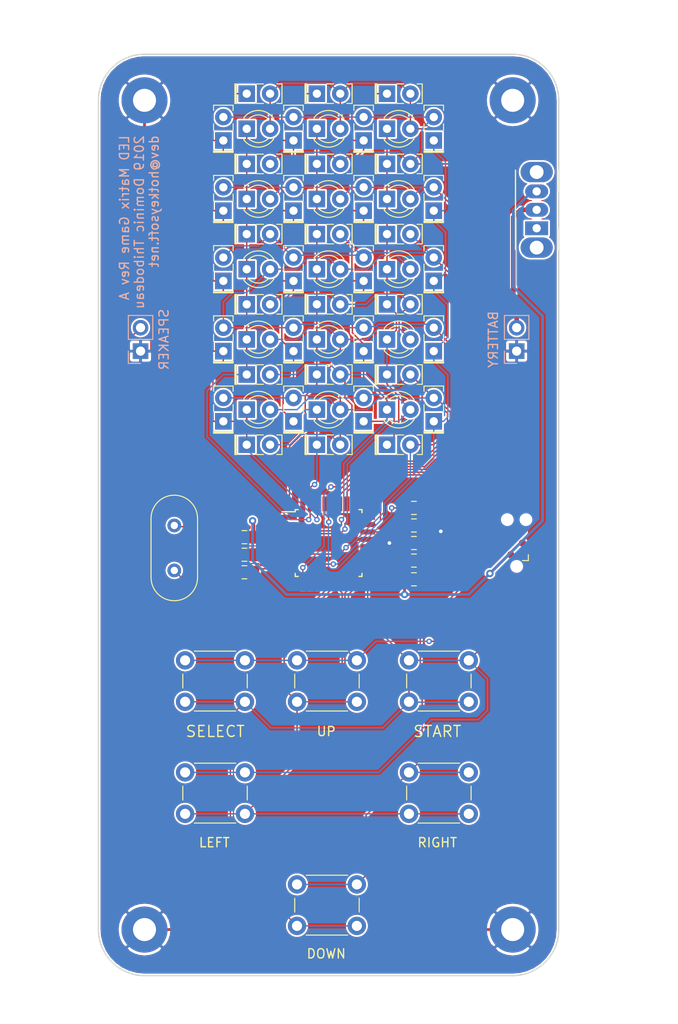
<source format=kicad_pcb>
(kicad_pcb (version 20171130) (host pcbnew "(5.1.4)-1")
  (title_block (title "Split Second") (date 2019-10-26) (rev A))
  (layers (0 F.Cu signal) (31 B.Cu signal) (34 B.Paste user) (35 F.Paste user) (36 B.SilkS user) (37 F.SilkS user hide) (38 B.Mask user) (39 F.Mask user) (44 Edge.Cuts user))
  (net 0 "")
  (net 1 /R0)
  (net 2 /O4)
  (net 3 /O2)
  (net 4 /O0)
  (net 5 /R1)
  (net 6 /R2)
  (net 7 /O5)
  (net 8 /O3)
  (net 9 /O1)
  (net 10 /R5)
  (net 11 /R6)
  (net 12 /R7)
  (net 13 "Net-(U1-Pad19)")
  (net 14 "Net-(U1-Pad11)")
  (net 15 /R3)
  (net 16 /R4)
  (net 17 /O6)
  (net 18 /R10)
  (net 19 /R9)
  (net 20 VCC)
  (net 21 GND)
  (net 22 /AREF)
  (net 23 /XTAL1)
  (net 24 /XTAL2)
  (net 25 +BATT)
  (net 26 ~RESET)
  (net 27 MOSI)
  (net 28 SCK)
  (net 29 MISO)
  (net 30 /ADC7)
  (net 31 "Net-(SW7-Pad1)")
  (net 32 /R8)
  (module Capacitor_SMD:C_0805_2012Metric_Pad1.15x1.40mm_HandSolder (layer F.Cu) (at 71.755 76.073 180)
    (fp_text reference C3 hide)
    (fp_text value 100nF)
    (pad 2 smd roundrect (at 1.025 0 180) (size 1.15 1.4) (layers F.Cu F.Paste F.Mask) (roundrect_rratio 0.217391) (net 22 /AREF))
    (pad 1 smd roundrect (at -1.025 0 180) (size 1.15 1.4) (layers F.Cu F.Paste F.Mask) (roundrect_rratio 0.217391) (net 21 GND))
  )
  (module Capacitor_SMD:C_0805_2012Metric_Pad1.15x1.40mm_HandSolder (layer F.Cu) (at 71.755 78.105 180)
    (fp_text reference C2 hide)
    (fp_text value 100nF)
    (pad 2 smd roundrect (at 1.025 0 180) (size 1.15 1.4) (layers F.Cu F.Paste F.Mask) (roundrect_rratio 0.217391) (net 20 VCC))
    (pad 1 smd roundrect (at -1.025 0 180) (size 1.15 1.4) (layers F.Cu F.Paste F.Mask) (roundrect_rratio 0.217391) (net 21 GND))
  )
  (module MountingHole:MountingHole_2.5mm_Pad (layer F.Cu) (at 42.484 116.12)
    (fp_text reference H4 hide)
    (fp_text value CASE)
    (pad 1 thru_hole circle (at 0 0) (size 5 5) (drill 2.5) (layers *.Cu *.Mask) (net 21 GND))
  )
  (module MountingHole:MountingHole_2.5mm_Pad (layer F.Cu) (at 82.484 116.12)
    (fp_text reference H3 hide)
    (fp_text value CASE)
    (pad 1 thru_hole circle (at 0 0) (size 5 5) (drill 2.5) (layers *.Cu *.Mask) (net 21 GND))
  )
  (module MountingHole:MountingHole_2.5mm_Pad (layer F.Cu) (at 82.484 26.12)
    (fp_text reference H2 hide)
    (fp_text value CASE)
    (pad 1 thru_hole circle (at 0 0) (size 5 5) (drill 2.5) (layers *.Cu *.Mask) (net 21 GND))
  )
  (module MountingHole:MountingHole_2.5mm_Pad (layer F.Cu) (at 42.484 26.12)
    (fp_text reference H1 hide)
    (fp_text value CASE)
    (pad 1 thru_hole circle (at 0 0) (size 5 5) (drill 2.5) (layers *.Cu *.Mask) (net 21 GND))
  )
  (module Capacitor_SMD:C_0805_2012Metric_Pad1.15x1.40mm_HandSolder (layer F.Cu) (at 53.34 73.533)
    (fp_text reference C1 hide)
    (fp_text value 100nF)
    (pad 2 smd roundrect (at 1.025 0) (size 1.15 1.4) (layers F.Cu F.Paste F.Mask) (roundrect_rratio 0.217391) (net 20 VCC))
    (pad 1 smd roundrect (at -1.025 0) (size 1.15 1.4) (layers F.Cu F.Paste F.Mask) (roundrect_rratio 0.217391) (net 21 GND))
  )
  (module Crystal:Crystal_HC49-4H_Vertical (layer F.Cu) (at 45.72 72.263 270)
    (fp_text reference Y1 hide)
    (fp_text value 12MHz)
    (pad 2 thru_hole circle (at 4.88 0 270) (size 1.5 1.5) (drill 0.8) (layers *.Cu *.Mask) (net 24 /XTAL2))
    (pad 1 thru_hole circle (at 0 0 270) (size 1.5 1.5) (drill 0.8) (layers *.Cu *.Mask) (net 23 /XTAL1))
  )
  (module Button_Switch_THT:SW_CuK_OS102011MA1QN1_SPDT_Angled (layer F.Cu) (at 85.09 40.005 90)
    (fp_text reference SW7 hide)
    (fp_text value POWER)
    (pad "" thru_hole oval (at 6.1 0 90) (size 2.2 3.5) (drill 1.5) (layers *.Cu *.Mask))
    (pad "" thru_hole oval (at -2.1 0 90) (size 2.2 3.5) (drill 1.5) (layers *.Cu *.Mask))
    (pad 3 thru_hole oval (at 4 0 90) (size 1.5 2.5) (drill 0.9) (layers *.Cu *.Mask) (net 20 VCC))
    (pad 2 thru_hole oval (at 2 0 90) (size 1.5 2.5) (drill 0.9) (layers *.Cu *.Mask) (net 25 +BATT))
    (pad 1 thru_hole rect (at 0 0 90) (size 1.5 2.5) (drill 0.9) (layers *.Cu *.Mask) (net 31 "Net-(SW7-Pad1)"))
  )
  (module Resistor_SMD:R_0805_2012Metric_Pad1.15x1.40mm_HandSolder (layer F.Cu) (at 71.755 72.263 180)
    (fp_text reference R3 hide)
    (fp_text value 100K)
    (pad 2 smd roundrect (at 1.025 0 180) (size 1.15 1.4) (layers F.Cu F.Paste F.Mask) (roundrect_rratio 0.217391) (net 30 /ADC7))
    (pad 1 smd roundrect (at -1.025 0 180) (size 1.15 1.4) (layers F.Cu F.Paste F.Mask) (roundrect_rratio 0.217391) (net 21 GND))
  )
  (module Resistor_SMD:R_0805_2012Metric_Pad1.15x1.40mm_HandSolder (layer F.Cu) (at 71.755 74.168)
    (fp_text reference R2 hide)
    (fp_text value 330K)
    (pad 2 smd roundrect (at 1.025 0) (size 1.15 1.4) (layers F.Cu F.Paste F.Mask) (roundrect_rratio 0.217391) (net 20 VCC))
    (pad 1 smd roundrect (at -1.025 0) (size 1.15 1.4) (layers F.Cu F.Paste F.Mask) (roundrect_rratio 0.217391) (net 30 /ADC7))
  )
  (module Resistor_SMD:R_0805_2012Metric_Pad1.15x1.40mm_HandSolder (layer F.Cu) (at 71.755 70.358)
    (fp_text reference R1 hide)
    (fp_text value 10K)
    (pad 2 smd roundrect (at 1.025 0) (size 1.15 1.4) (layers F.Cu F.Paste F.Mask) (roundrect_rratio 0.217391) (net 20 VCC))
    (pad 1 smd roundrect (at -1.025 0) (size 1.15 1.4) (layers F.Cu F.Paste F.Mask) (roundrect_rratio 0.217391) (net 26 ~RESET))
  )
  (module Connector_PinHeader_2.54mm:PinHeader_1x02_P2.54mm_Vertical (layer B.Cu) (at 42.054 53.34)
    (fp_text reference LS1 hide)
    (fp_text value SPEAKER (at 2.54 -1.27 90) (layer B.SilkS) (effects (justify mirror)))
    (pad 2 thru_hole oval (at 0 -2.54) (size 1.7 1.7) (drill 1) (layers *.Cu *.Mask) (net 32 /R8))
    (pad 1 thru_hole rect (at 0 0) (size 1.7 1.7) (drill 1) (layers *.Cu *.Mask) (net 21 GND))
  )
  (module Connector:Tag-Connect_TC2030-IDC-NL_2x03_P1.27mm_Vertical (layer F.Cu) (at 82.914 74.168 90)
    (fp_text reference J2 hide)
    (fp_text value AVR-ISP-6)
    (pad 6 connect circle (at 1.27 -0.635 90) (size 0.7874 0.7874) (layers F.Cu F.Mask) (net 21 GND))
    (pad 5 connect circle (at 1.27 0.635 90) (size 0.7874 0.7874) (layers F.Cu F.Mask) (net 26 ~RESET))
    (pad 4 connect circle (at 0 -0.635 90) (size 0.7874 0.7874) (layers F.Cu F.Mask) (net 27 MOSI))
    (pad 3 connect circle (at 0 0.635 90) (size 0.7874 0.7874) (layers F.Cu F.Mask) (net 28 SCK))
    (pad 2 connect circle (at -1.27 -0.635 90) (size 0.7874 0.7874) (layers F.Cu F.Mask) (net 20 VCC))
    (pad 1 connect circle (at -1.27 0.635 90) (size 0.7874 0.7874) (layers F.Cu F.Mask) (net 29 MISO))
    (pad "" np_thru_hole circle (at -2.54 0 90) (size 0.9906 0.9906) (drill 0.9906) (layers *.Cu *.Mask))
    (pad "" np_thru_hole circle (at 2.54 1.016 90) (size 0.9906 0.9906) (drill 0.9906) (layers *.Cu *.Mask))
    (pad "" np_thru_hole circle (at 2.54 -1.016 90) (size 0.9906 0.9906) (drill 0.9906) (layers *.Cu *.Mask))
  )
  (module Connector_PinHeader_2.54mm:PinHeader_1x02_P2.54mm_Vertical (layer B.Cu) (at 82.914 53.34)
    (fp_text reference J1 hide)
    (fp_text value BATTERY (at -2.54 -1.27 90) (layer B.SilkS) (effects (justify mirror)))
    (pad 2 thru_hole oval (at 0 -2.54) (size 1.7 1.7) (drill 1) (layers *.Cu *.Mask) (net 25 +BATT))
    (pad 1 thru_hole rect (at 0 0) (size 1.7 1.7) (drill 1) (layers *.Cu *.Mask) (net 21 GND))
  )
  (module Capacitor_SMD:C_0805_2012Metric_Pad1.15x1.40mm_HandSolder (layer F.Cu) (at 53.34 77.343)
    (fp_text reference C5 hide)
    (fp_text value 18pF)
    (pad 2 smd roundrect (at 1.025 0) (size 1.15 1.4) (layers F.Cu F.Paste F.Mask) (roundrect_rratio 0.217391) (net 24 /XTAL2))
    (pad 1 smd roundrect (at -1.025 0) (size 1.15 1.4) (layers F.Cu F.Paste F.Mask) (roundrect_rratio 0.217391) (net 21 GND))
  )
  (module Capacitor_SMD:C_0805_2012Metric_Pad1.15x1.40mm_HandSolder (layer F.Cu) (at 53.34 75.438)
    (fp_text reference C4 hide)
    (fp_text value 18pF)
    (pad 2 smd roundrect (at 1.025 0) (size 1.15 1.4) (layers F.Cu F.Paste F.Mask) (roundrect_rratio 0.217391) (net 23 /XTAL1))
    (pad 1 smd roundrect (at -1.025 0) (size 1.15 1.4) (layers F.Cu F.Paste F.Mask) (roundrect_rratio 0.217391) (net 21 GND))
  )
  (module Button_Switch_THT:SW_PUSH_6mm_H5mm (layer F.Cu) (at 59.055 111.22)
    (fp_text reference SW6 hide)
    (fp_text value DOWN (at 3.175 7.525) (layer F.SilkS))
    (pad 2 thru_hole circle (at 0 4.5 90) (size 2 2) (drill 1.1) (layers *.Cu *.Mask) (net 18 /R10))
    (pad 1 thru_hole circle (at 0 0 90) (size 2 2) (drill 1.1) (layers *.Cu *.Mask) (net 27 MOSI))
    (pad 2 thru_hole circle (at 6.5 4.5 90) (size 2 2) (drill 1.1) (layers *.Cu *.Mask) (net 18 /R10))
    (pad 1 thru_hole circle (at 6.5 0 90) (size 2 2) (drill 1.1) (layers *.Cu *.Mask) (net 27 MOSI))
  )
  (module Button_Switch_THT:SW_PUSH_6mm_H5mm (layer F.Cu) (at 71.215 99.06)
    (fp_text reference SW5 hide)
    (fp_text value RIGHT (at 3.08 7.62) (layer F.SilkS))
    (pad 1 thru_hole circle (at 6.5 0 90) (size 2 2) (drill 1.1) (layers *.Cu *.Mask) (net 27 MOSI))
    (pad 2 thru_hole circle (at 6.5 4.5 90) (size 2 2) (drill 1.1) (layers *.Cu *.Mask) (net 19 /R9))
    (pad 1 thru_hole circle (at 0 0 90) (size 2 2) (drill 1.1) (layers *.Cu *.Mask) (net 27 MOSI))
    (pad 2 thru_hole circle (at 0 4.5 90) (size 2 2) (drill 1.1) (layers *.Cu *.Mask) (net 19 /R9))
  )
  (module Button_Switch_THT:SW_PUSH_6mm_H5mm (layer F.Cu) (at 46.895 99.06)
    (fp_text reference SW4 hide)
    (fp_text value LEFT (at 3.175 7.62) (layer F.SilkS))
    (pad 1 thru_hole circle (at 6.5 0 90) (size 2 2) (drill 1.1) (layers *.Cu *.Mask) (net 28 SCK))
    (pad 2 thru_hole circle (at 6.5 4.5 90) (size 2 2) (drill 1.1) (layers *.Cu *.Mask) (net 19 /R9))
    (pad 1 thru_hole circle (at 0 0 90) (size 2 2) (drill 1.1) (layers *.Cu *.Mask) (net 28 SCK))
    (pad 2 thru_hole circle (at 0 4.5 90) (size 2 2) (drill 1.1) (layers *.Cu *.Mask) (net 19 /R9))
  )
  (module Button_Switch_THT:SW_PUSH_6mm_H5mm (layer F.Cu) (at 59.055 86.9)
    (fp_text reference SW3 hide)
    (fp_text value UP (at 3.175 7.715) (layer F.SilkS))
    (pad 1 thru_hole circle (at 6.5 0 90) (size 2 2) (drill 1.1) (layers *.Cu *.Mask) (net 29 MISO))
    (pad 2 thru_hole circle (at 6.5 4.5 90) (size 2 2) (drill 1.1) (layers *.Cu *.Mask) (net 19 /R9))
    (pad 1 thru_hole circle (at 0 0 90) (size 2 2) (drill 1.1) (layers *.Cu *.Mask) (net 29 MISO))
    (pad 2 thru_hole circle (at 0 4.5 90) (size 2 2) (drill 1.1) (layers *.Cu *.Mask) (net 19 /R9))
  )
  (module Button_Switch_THT:SW_PUSH_6mm_H5mm (layer F.Cu) (at 46.895 86.9)
    (fp_text reference SW2 hide)
    (fp_text value SELECT (at 3.27 7.715) (layer F.SilkS) (effects (font (size 1.2 1.2))))
    (pad 1 thru_hole circle (at 6.5 0 90) (size 2 2) (drill 1.1) (layers *.Cu *.Mask) (net 29 MISO))
    (pad 2 thru_hole circle (at 6.5 4.5 90) (size 2 2) (drill 1.1) (layers *.Cu *.Mask) (net 18 /R10))
    (pad 1 thru_hole circle (at 0 0 90) (size 2 2) (drill 1.1) (layers *.Cu *.Mask) (net 29 MISO))
    (pad 2 thru_hole circle (at 0 4.5 90) (size 2 2) (drill 1.1) (layers *.Cu *.Mask) (net 18 /R10))
  )
  (module Button_Switch_THT:SW_PUSH_6mm_H5mm (layer F.Cu) (at 71.215 86.9)
    (fp_text reference SW1 hide)
    (fp_text value START (at 3.08 7.715) (layer F.SilkS) (effects (font (size 1.2 1.2))))
    (pad 1 thru_hole circle (at 6.5 0 90) (size 2 2) (drill 1.1) (layers *.Cu *.Mask) (net 28 SCK))
    (pad 2 thru_hole circle (at 6.5 4.5 90) (size 2 2) (drill 1.1) (layers *.Cu *.Mask) (net 18 /R10))
    (pad 1 thru_hole circle (at 0 0 90) (size 2 2) (drill 1.1) (layers *.Cu *.Mask) (net 28 SCK))
    (pad 2 thru_hole circle (at 0 4.5 90) (size 2 2) (drill 1.1) (layers *.Cu *.Mask) (net 18 /R10))
  )
  (module Package_QFP:TQFP-32_7x7mm_P0.8mm (layer F.Cu) (at 62.484 74.168)
    (fp_text reference U1 hide)
    (fp_text value ATmega328PB-AU)
    (pad 32 smd rect (at -2.8 -4.25 90) (size 1.6 0.55) (layers F.Cu F.Paste F.Mask) (net 3 /O2))
    (pad 31 smd rect (at -2 -4.25 90) (size 1.6 0.55) (layers F.Cu F.Paste F.Mask) (net 9 /O1))
    (pad 30 smd rect (at -1.2 -4.25 90) (size 1.6 0.55) (layers F.Cu F.Paste F.Mask) (net 4 /O0))
    (pad 29 smd rect (at -0.4 -4.25 90) (size 1.6 0.55) (layers F.Cu F.Paste F.Mask) (net 26 ~RESET))
    (pad 28 smd rect (at 0.4 -4.25 90) (size 1.6 0.55) (layers F.Cu F.Paste F.Mask) (net 10 /R5))
    (pad 27 smd rect (at 1.2 -4.25 90) (size 1.6 0.55) (layers F.Cu F.Paste F.Mask) (net 16 /R4))
    (pad 26 smd rect (at 2 -4.25 90) (size 1.6 0.55) (layers F.Cu F.Paste F.Mask) (net 15 /R3))
    (pad 25 smd rect (at 2.8 -4.25 90) (size 1.6 0.55) (layers F.Cu F.Paste F.Mask) (net 6 /R2))
    (pad 24 smd rect (at 4.25 -2.8) (size 1.6 0.55) (layers F.Cu F.Paste F.Mask) (net 5 /R1))
    (pad 23 smd rect (at 4.25 -2) (size 1.6 0.55) (layers F.Cu F.Paste F.Mask) (net 1 /R0))
    (pad 22 smd rect (at 4.25 -1.2) (size 1.6 0.55) (layers F.Cu F.Paste F.Mask) (net 30 /ADC7))
    (pad 21 smd rect (at 4.25 -0.4) (size 1.6 0.55) (layers F.Cu F.Paste F.Mask) (net 21 GND))
    (pad 20 smd rect (at 4.25 0.4) (size 1.6 0.55) (layers F.Cu F.Paste F.Mask) (net 22 /AREF))
    (pad 19 smd rect (at 4.25 1.2) (size 1.6 0.55) (layers F.Cu F.Paste F.Mask) (net 13 "Net-(U1-Pad19)"))
    (pad 18 smd rect (at 4.25 2) (size 1.6 0.55) (layers F.Cu F.Paste F.Mask) (net 20 VCC))
    (pad 17 smd rect (at 4.25 2.8) (size 1.6 0.55) (layers F.Cu F.Paste F.Mask) (net 28 SCK))
    (pad 16 smd rect (at 2.8 4.25 90) (size 1.6 0.55) (layers F.Cu F.Paste F.Mask) (net 29 MISO))
    (pad 15 smd rect (at 2 4.25 90) (size 1.6 0.55) (layers F.Cu F.Paste F.Mask) (net 27 MOSI))
    (pad 14 smd rect (at 1.2 4.25 90) (size 1.6 0.55) (layers F.Cu F.Paste F.Mask) (net 18 /R10))
    (pad 13 smd rect (at 0.4 4.25 90) (size 1.6 0.55) (layers F.Cu F.Paste F.Mask) (net 19 /R9))
    (pad 12 smd rect (at -0.4 4.25 90) (size 1.6 0.55) (layers F.Cu F.Paste F.Mask) (net 32 /R8))
    (pad 11 smd rect (at -1.2 4.25 90) (size 1.6 0.55) (layers F.Cu F.Paste F.Mask) (net 14 "Net-(U1-Pad11)"))
    (pad 10 smd rect (at -2 4.25 90) (size 1.6 0.55) (layers F.Cu F.Paste F.Mask) (net 17 /O6))
    (pad 9 smd rect (at -2.8 4.25 90) (size 1.6 0.55) (layers F.Cu F.Paste F.Mask) (net 7 /O5))
    (pad 8 smd rect (at -4.25 2.8) (size 1.6 0.55) (layers F.Cu F.Paste F.Mask) (net 24 /XTAL2))
    (pad 7 smd rect (at -4.25 2) (size 1.6 0.55) (layers F.Cu F.Paste F.Mask) (net 23 /XTAL1))
    (pad 6 smd rect (at -4.25 1.2) (size 1.6 0.55) (layers F.Cu F.Paste F.Mask) (net 12 /R7))
    (pad 5 smd rect (at -4.25 0.4) (size 1.6 0.55) (layers F.Cu F.Paste F.Mask) (net 21 GND))
    (pad 4 smd rect (at -4.25 -0.4) (size 1.6 0.55) (layers F.Cu F.Paste F.Mask) (net 20 VCC))
    (pad 3 smd rect (at -4.25 -1.2) (size 1.6 0.55) (layers F.Cu F.Paste F.Mask) (net 11 /R6))
    (pad 2 smd rect (at -4.25 -2) (size 1.6 0.55) (layers F.Cu F.Paste F.Mask) (net 2 /O4))
    (pad 1 smd rect (at -4.25 -2.8) (size 1.6 0.55) (layers F.Cu F.Paste F.Mask) (net 8 /O3))
  )
  (module LED_THT:LED_D3.0mm (layer F.Cu) (at 53.59 59.69)
    (fp_text reference D49 hide)
    (fp_text value ~)
    (pad 2 thru_hole circle (at 2.54 0) (size 1.8 1.8) (drill 0.9) (layers *.Cu *.Mask) (net 11 /R6))
    (pad 1 thru_hole rect (at 0 0) (size 1.8 1.8) (drill 0.9) (layers *.Cu *.Mask) (net 4 /O0))
  )
  (module LED_THT:LED_D3.0mm (layer F.Cu) (at 61.21 59.69)
    (fp_text reference D47 hide)
    (fp_text value ~)
    (pad 2 thru_hole circle (at 2.54 0) (size 1.8 1.8) (drill 0.9) (layers *.Cu *.Mask) (net 11 /R6))
    (pad 1 thru_hole rect (at 0 0) (size 1.8 1.8) (drill 0.9) (layers *.Cu *.Mask) (net 3 /O2))
  )
  (module LED_THT:LED_D3.0mm (layer F.Cu) (at 68.83 59.69)
    (fp_text reference D45 hide)
    (fp_text value ~)
    (pad 2 thru_hole circle (at 2.54 0) (size 1.8 1.8) (drill 0.9) (layers *.Cu *.Mask) (net 11 /R6))
    (pad 1 thru_hole rect (at 0 0) (size 1.8 1.8) (drill 0.9) (layers *.Cu *.Mask) (net 2 /O4))
  )
  (module LED_THT:LED_D3.0mm (layer F.Cu) (at 53.59 52.07)
    (fp_text reference D39 hide)
    (fp_text value ~)
    (pad 2 thru_hole circle (at 2.54 0) (size 1.8 1.8) (drill 0.9) (layers *.Cu *.Mask) (net 11 /R6))
    (pad 1 thru_hole rect (at 0 0) (size 1.8 1.8) (drill 0.9) (layers *.Cu *.Mask) (net 9 /O1))
  )
  (module LED_THT:LED_D3.0mm (layer F.Cu) (at 61.21 52.07)
    (fp_text reference D37 hide)
    (fp_text value ~)
    (pad 2 thru_hole circle (at 2.54 0) (size 1.8 1.8) (drill 0.9) (layers *.Cu *.Mask) (net 11 /R6))
    (pad 1 thru_hole rect (at 0 0) (size 1.8 1.8) (drill 0.9) (layers *.Cu *.Mask) (net 8 /O3))
  )
  (module LED_THT:LED_D3.0mm (layer F.Cu) (at 68.83 52.07)
    (fp_text reference D35 hide)
    (fp_text value ~)
    (pad 2 thru_hole circle (at 2.54 0) (size 1.8 1.8) (drill 0.9) (layers *.Cu *.Mask) (net 11 /R6))
    (pad 1 thru_hole rect (at 0 0) (size 1.8 1.8) (drill 0.9) (layers *.Cu *.Mask) (net 7 /O5))
  )
  (module LED_THT:LED_D3.0mm (layer F.Cu) (at 53.59 44.45)
    (fp_text reference D29 hide)
    (fp_text value ~)
    (pad 2 thru_hole circle (at 2.54 0) (size 1.8 1.8) (drill 0.9) (layers *.Cu *.Mask) (net 16 /R4))
    (pad 1 thru_hole rect (at 0 0) (size 1.8 1.8) (drill 0.9) (layers *.Cu *.Mask) (net 9 /O1))
  )
  (module LED_THT:LED_D3.0mm (layer F.Cu) (at 61.21 44.45)
    (fp_text reference D27 hide)
    (fp_text value ~)
    (pad 2 thru_hole circle (at 2.54 0) (size 1.8 1.8) (drill 0.9) (layers *.Cu *.Mask) (net 16 /R4))
    (pad 1 thru_hole rect (at 0 0) (size 1.8 1.8) (drill 0.9) (layers *.Cu *.Mask) (net 8 /O3))
  )
  (module LED_THT:LED_D3.0mm (layer F.Cu) (at 68.83 44.45)
    (fp_text reference D25 hide)
    (fp_text value ~)
    (pad 2 thru_hole circle (at 2.54 0) (size 1.8 1.8) (drill 0.9) (layers *.Cu *.Mask) (net 16 /R4))
    (pad 1 thru_hole rect (at 0 0) (size 1.8 1.8) (drill 0.9) (layers *.Cu *.Mask) (net 7 /O5))
  )
  (module LED_THT:LED_D3.0mm (layer F.Cu) (at 53.59 36.83)
    (fp_text reference D19 hide)
    (fp_text value ~)
    (pad 2 thru_hole circle (at 2.54 0) (size 1.8 1.8) (drill 0.9) (layers *.Cu *.Mask) (net 6 /R2))
    (pad 1 thru_hole rect (at 0 0) (size 1.8 1.8) (drill 0.9) (layers *.Cu *.Mask) (net 9 /O1))
  )
  (module LED_THT:LED_D3.0mm (layer F.Cu) (at 61.21 36.83)
    (fp_text reference D17 hide)
    (fp_text value ~)
    (pad 2 thru_hole circle (at 2.54 0) (size 1.8 1.8) (drill 0.9) (layers *.Cu *.Mask) (net 6 /R2))
    (pad 1 thru_hole rect (at 0 0) (size 1.8 1.8) (drill 0.9) (layers *.Cu *.Mask) (net 8 /O3))
  )
  (module LED_THT:LED_D3.0mm (layer F.Cu) (at 68.83 36.83)
    (fp_text reference D15 hide)
    (fp_text value ~)
    (pad 2 thru_hole circle (at 2.54 0) (size 1.8 1.8) (drill 0.9) (layers *.Cu *.Mask) (net 6 /R2))
    (pad 1 thru_hole rect (at 0 0) (size 1.8 1.8) (drill 0.9) (layers *.Cu *.Mask) (net 7 /O5))
  )
  (module LED_THT:LED_D3.0mm (layer F.Cu) (at 53.59 29.21)
    (fp_text reference D9 hide)
    (fp_text value ~)
    (pad 2 thru_hole circle (at 2.54 0) (size 1.8 1.8) (drill 0.9) (layers *.Cu *.Mask) (net 1 /R0))
    (pad 1 thru_hole rect (at 0 0) (size 1.8 1.8) (drill 0.9) (layers *.Cu *.Mask) (net 9 /O1))
  )
  (module LED_THT:LED_D3.0mm (layer F.Cu) (at 61.21 29.21)
    (fp_text reference D7 hide)
    (fp_text value ~)
    (pad 2 thru_hole circle (at 2.54 0) (size 1.8 1.8) (drill 0.9) (layers *.Cu *.Mask) (net 1 /R0))
    (pad 1 thru_hole rect (at 0 0) (size 1.8 1.8) (drill 0.9) (layers *.Cu *.Mask) (net 8 /O3))
  )
  (module LED_THT:LED_D3.0mm (layer F.Cu) (at 68.83 29.21)
    (fp_text reference D5 hide)
    (fp_text value ~)
    (pad 2 thru_hole circle (at 2.54 0) (size 1.8 1.8) (drill 0.9) (layers *.Cu *.Mask) (net 1 /R0))
    (pad 1 thru_hole rect (at 0 0) (size 1.8 1.8) (drill 0.9) (layers *.Cu *.Mask) (net 7 /O5))
  )
  (module LED_THT:LED_Rectangular_W5.0mm_H2.0mm (layer F.Cu) (at 53.59 63.5)
    (fp_text reference D53 hide)
    (fp_text value ~)
    (pad 2 thru_hole circle (at 2.54 0) (size 1.8 1.8) (drill 0.9) (layers *.Cu *.Mask) (net 12 /R7))
    (pad 1 thru_hole rect (at 0 0) (size 1.8 1.8) (drill 0.9) (layers *.Cu *.Mask) (net 4 /O0))
  )
  (module LED_THT:LED_Rectangular_W5.0mm_H2.0mm (layer F.Cu) (at 61.21 63.5)
    (fp_text reference D52 hide)
    (fp_text value ~)
    (pad 2 thru_hole circle (at 2.54 0) (size 1.8 1.8) (drill 0.9) (layers *.Cu *.Mask) (net 12 /R7))
    (pad 1 thru_hole rect (at 0 0) (size 1.8 1.8) (drill 0.9) (layers *.Cu *.Mask) (net 3 /O2))
  )
  (module LED_THT:LED_Rectangular_W5.0mm_H2.0mm (layer F.Cu) (at 68.83 63.5)
    (fp_text reference D51 hide)
    (fp_text value ~)
    (pad 2 thru_hole circle (at 2.54 0) (size 1.8 1.8) (drill 0.9) (layers *.Cu *.Mask) (net 12 /R7))
    (pad 1 thru_hole rect (at 0 0) (size 1.8 1.8) (drill 0.9) (layers *.Cu *.Mask) (net 2 /O4))
  )
  (module LED_THT:LED_Rectangular_W5.0mm_H2.0mm (layer F.Cu) (at 51.05 60.96 90)
    (fp_text reference D50 hide)
    (fp_text value ~)
    (pad 2 thru_hole circle (at 2.54 0 90) (size 1.8 1.8) (drill 0.9) (layers *.Cu *.Mask) (net 10 /R5))
    (pad 1 thru_hole rect (at 0 0 90) (size 1.8 1.8) (drill 0.9) (layers *.Cu *.Mask) (net 4 /O0))
  )
  (module LED_THT:LED_Rectangular_W5.0mm_H2.0mm (layer F.Cu) (at 58.67 60.96 90)
    (fp_text reference D48 hide)
    (fp_text value ~)
    (pad 2 thru_hole circle (at 2.54 0 90) (size 1.8 1.8) (drill 0.9) (layers *.Cu *.Mask) (net 10 /R5))
    (pad 1 thru_hole rect (at 0 0 90) (size 1.8 1.8) (drill 0.9) (layers *.Cu *.Mask) (net 3 /O2))
  )
  (module LED_THT:LED_Rectangular_W5.0mm_H2.0mm (layer F.Cu) (at 66.29 60.96 90)
    (fp_text reference D46 hide)
    (fp_text value ~)
    (pad 2 thru_hole circle (at 2.54 0 90) (size 1.8 1.8) (drill 0.9) (layers *.Cu *.Mask) (net 10 /R5))
    (pad 1 thru_hole rect (at 0 0 90) (size 1.8 1.8) (drill 0.9) (layers *.Cu *.Mask) (net 2 /O4))
  )
  (module LED_THT:LED_Rectangular_W5.0mm_H2.0mm (layer F.Cu) (at 73.91 60.96 90)
    (fp_text reference D44 hide)
    (fp_text value ~)
    (pad 2 thru_hole circle (at 2.54 0 90) (size 1.8 1.8) (drill 0.9) (layers *.Cu *.Mask) (net 10 /R5))
    (pad 1 thru_hole rect (at 0 0 90) (size 1.8 1.8) (drill 0.9) (layers *.Cu *.Mask) (net 17 /O6))
  )
  (module LED_THT:LED_Rectangular_W5.0mm_H2.0mm (layer F.Cu) (at 53.59 55.88)
    (fp_text reference D43 hide)
    (fp_text value ~)
    (pad 2 thru_hole circle (at 2.54 0) (size 1.8 1.8) (drill 0.9) (layers *.Cu *.Mask) (net 12 /R7))
    (pad 1 thru_hole rect (at 0 0) (size 1.8 1.8) (drill 0.9) (layers *.Cu *.Mask) (net 9 /O1))
  )
  (module LED_THT:LED_Rectangular_W5.0mm_H2.0mm (layer F.Cu) (at 61.21 55.88)
    (fp_text reference D42 hide)
    (fp_text value ~)
    (pad 2 thru_hole circle (at 2.54 0) (size 1.8 1.8) (drill 0.9) (layers *.Cu *.Mask) (net 12 /R7))
    (pad 1 thru_hole rect (at 0 0) (size 1.8 1.8) (drill 0.9) (layers *.Cu *.Mask) (net 8 /O3))
  )
  (module LED_THT:LED_Rectangular_W5.0mm_H2.0mm (layer F.Cu) (at 68.83 55.88)
    (fp_text reference D41 hide)
    (fp_text value ~)
    (pad 2 thru_hole circle (at 2.54 0) (size 1.8 1.8) (drill 0.9) (layers *.Cu *.Mask) (net 12 /R7))
    (pad 1 thru_hole rect (at 0 0) (size 1.8 1.8) (drill 0.9) (layers *.Cu *.Mask) (net 7 /O5))
  )
  (module LED_THT:LED_Rectangular_W5.0mm_H2.0mm (layer F.Cu) (at 51.05 53.34 90)
    (fp_text reference D40 hide)
    (fp_text value ~)
    (pad 2 thru_hole circle (at 2.54 0 90) (size 1.8 1.8) (drill 0.9) (layers *.Cu *.Mask) (net 16 /R4))
    (pad 1 thru_hole rect (at 0 0 90) (size 1.8 1.8) (drill 0.9) (layers *.Cu *.Mask) (net 4 /O0))
  )
  (module LED_THT:LED_Rectangular_W5.0mm_H2.0mm (layer F.Cu) (at 58.67 53.34 90)
    (fp_text reference D38 hide)
    (fp_text value ~)
    (pad 2 thru_hole circle (at 2.54 0 90) (size 1.8 1.8) (drill 0.9) (layers *.Cu *.Mask) (net 16 /R4))
    (pad 1 thru_hole rect (at 0 0 90) (size 1.8 1.8) (drill 0.9) (layers *.Cu *.Mask) (net 3 /O2))
  )
  (module LED_THT:LED_Rectangular_W5.0mm_H2.0mm (layer F.Cu) (at 66.29 53.34 90)
    (fp_text reference D36 hide)
    (fp_text value ~)
    (pad 2 thru_hole circle (at 2.54 0 90) (size 1.8 1.8) (drill 0.9) (layers *.Cu *.Mask) (net 16 /R4))
    (pad 1 thru_hole rect (at 0 0 90) (size 1.8 1.8) (drill 0.9) (layers *.Cu *.Mask) (net 2 /O4))
  )
  (module LED_THT:LED_Rectangular_W5.0mm_H2.0mm (layer F.Cu) (at 73.91 53.34 90)
    (fp_text reference D34 hide)
    (fp_text value ~)
    (pad 2 thru_hole circle (at 2.54 0 90) (size 1.8 1.8) (drill 0.9) (layers *.Cu *.Mask) (net 16 /R4))
    (pad 1 thru_hole rect (at 0 0 90) (size 1.8 1.8) (drill 0.9) (layers *.Cu *.Mask) (net 17 /O6))
  )
  (module LED_THT:LED_Rectangular_W5.0mm_H2.0mm (layer F.Cu) (at 53.59 48.26)
    (fp_text reference D33 hide)
    (fp_text value ~)
    (pad 2 thru_hole circle (at 2.54 0) (size 1.8 1.8) (drill 0.9) (layers *.Cu *.Mask) (net 10 /R5))
    (pad 1 thru_hole rect (at 0 0) (size 1.8 1.8) (drill 0.9) (layers *.Cu *.Mask) (net 9 /O1))
  )
  (module LED_THT:LED_Rectangular_W5.0mm_H2.0mm (layer F.Cu) (at 61.21 48.26)
    (fp_text reference D32 hide)
    (fp_text value ~)
    (pad 2 thru_hole circle (at 2.54 0) (size 1.8 1.8) (drill 0.9) (layers *.Cu *.Mask) (net 10 /R5))
    (pad 1 thru_hole rect (at 0 0) (size 1.8 1.8) (drill 0.9) (layers *.Cu *.Mask) (net 8 /O3))
  )
  (module LED_THT:LED_Rectangular_W5.0mm_H2.0mm (layer F.Cu) (at 68.83 48.26)
    (fp_text reference D31 hide)
    (fp_text value ~)
    (pad 2 thru_hole circle (at 2.54 0) (size 1.8 1.8) (drill 0.9) (layers *.Cu *.Mask) (net 10 /R5))
    (pad 1 thru_hole rect (at 0 0) (size 1.8 1.8) (drill 0.9) (layers *.Cu *.Mask) (net 7 /O5))
  )
  (module LED_THT:LED_Rectangular_W5.0mm_H2.0mm (layer F.Cu) (at 51.05 45.72 90)
    (fp_text reference D30 hide)
    (fp_text value ~)
    (pad 2 thru_hole circle (at 2.54 0 90) (size 1.8 1.8) (drill 0.9) (layers *.Cu *.Mask) (net 15 /R3))
    (pad 1 thru_hole rect (at 0 0 90) (size 1.8 1.8) (drill 0.9) (layers *.Cu *.Mask) (net 4 /O0))
  )
  (module LED_THT:LED_Rectangular_W5.0mm_H2.0mm (layer F.Cu) (at 58.67 45.72 90)
    (fp_text reference D28 hide)
    (fp_text value ~)
    (pad 2 thru_hole circle (at 2.54 0 90) (size 1.8 1.8) (drill 0.9) (layers *.Cu *.Mask) (net 15 /R3))
    (pad 1 thru_hole rect (at 0 0 90) (size 1.8 1.8) (drill 0.9) (layers *.Cu *.Mask) (net 3 /O2))
  )
  (module LED_THT:LED_Rectangular_W5.0mm_H2.0mm (layer F.Cu) (at 66.29 45.72 90)
    (fp_text reference D26 hide)
    (fp_text value ~)
    (pad 2 thru_hole circle (at 2.54 0 90) (size 1.8 1.8) (drill 0.9) (layers *.Cu *.Mask) (net 15 /R3))
    (pad 1 thru_hole rect (at 0 0 90) (size 1.8 1.8) (drill 0.9) (layers *.Cu *.Mask) (net 2 /O4))
  )
  (module LED_THT:LED_Rectangular_W5.0mm_H2.0mm (layer F.Cu) (at 73.91 45.72 90)
    (fp_text reference D24 hide)
    (fp_text value ~)
    (pad 2 thru_hole circle (at 2.54 0 90) (size 1.8 1.8) (drill 0.9) (layers *.Cu *.Mask) (net 15 /R3))
    (pad 1 thru_hole rect (at 0 0 90) (size 1.8 1.8) (drill 0.9) (layers *.Cu *.Mask) (net 17 /O6))
  )
  (module LED_THT:LED_Rectangular_W5.0mm_H2.0mm (layer F.Cu) (at 53.59 40.64)
    (fp_text reference D23 hide)
    (fp_text value ~)
    (pad 2 thru_hole circle (at 2.54 0) (size 1.8 1.8) (drill 0.9) (layers *.Cu *.Mask) (net 15 /R3))
    (pad 1 thru_hole rect (at 0 0) (size 1.8 1.8) (drill 0.9) (layers *.Cu *.Mask) (net 9 /O1))
  )
  (module LED_THT:LED_Rectangular_W5.0mm_H2.0mm (layer F.Cu) (at 61.21 40.64)
    (fp_text reference D22 hide)
    (fp_text value ~)
    (pad 2 thru_hole circle (at 2.54 0) (size 1.8 1.8) (drill 0.9) (layers *.Cu *.Mask) (net 15 /R3))
    (pad 1 thru_hole rect (at 0 0) (size 1.8 1.8) (drill 0.9) (layers *.Cu *.Mask) (net 8 /O3))
  )
  (module LED_THT:LED_Rectangular_W5.0mm_H2.0mm (layer F.Cu) (at 68.83 40.64)
    (fp_text reference D21 hide)
    (fp_text value ~)
    (pad 2 thru_hole circle (at 2.54 0) (size 1.8 1.8) (drill 0.9) (layers *.Cu *.Mask) (net 15 /R3))
    (pad 1 thru_hole rect (at 0 0) (size 1.8 1.8) (drill 0.9) (layers *.Cu *.Mask) (net 7 /O5))
  )
  (module LED_THT:LED_Rectangular_W5.0mm_H2.0mm (layer F.Cu) (at 51.05 38.1 90)
    (fp_text reference D20 hide)
    (fp_text value ~)
    (pad 2 thru_hole circle (at 2.54 0 90) (size 1.8 1.8) (drill 0.9) (layers *.Cu *.Mask) (net 6 /R2))
    (pad 1 thru_hole rect (at 0 0 90) (size 1.8 1.8) (drill 0.9) (layers *.Cu *.Mask) (net 4 /O0))
  )
  (module LED_THT:LED_Rectangular_W5.0mm_H2.0mm (layer F.Cu) (at 58.67 38.1 90)
    (fp_text reference D18 hide)
    (fp_text value ~)
    (pad 2 thru_hole circle (at 2.54 0 90) (size 1.8 1.8) (drill 0.9) (layers *.Cu *.Mask) (net 6 /R2))
    (pad 1 thru_hole rect (at 0 0 90) (size 1.8 1.8) (drill 0.9) (layers *.Cu *.Mask) (net 3 /O2))
  )
  (module LED_THT:LED_Rectangular_W5.0mm_H2.0mm (layer F.Cu) (at 66.29 38.1 90)
    (fp_text reference D16 hide)
    (fp_text value ~)
    (pad 2 thru_hole circle (at 2.54 0 90) (size 1.8 1.8) (drill 0.9) (layers *.Cu *.Mask) (net 6 /R2))
    (pad 1 thru_hole rect (at 0 0 90) (size 1.8 1.8) (drill 0.9) (layers *.Cu *.Mask) (net 2 /O4))
  )
  (module LED_THT:LED_Rectangular_W5.0mm_H2.0mm (layer F.Cu) (at 73.91 38.1 90)
    (fp_text reference D14 hide)
    (fp_text value ~)
    (pad 2 thru_hole circle (at 2.54 0 90) (size 1.8 1.8) (drill 0.9) (layers *.Cu *.Mask) (net 6 /R2))
    (pad 1 thru_hole rect (at 0 0 90) (size 1.8 1.8) (drill 0.9) (layers *.Cu *.Mask) (net 17 /O6))
  )
  (module LED_THT:LED_Rectangular_W5.0mm_H2.0mm (layer F.Cu) (at 53.59 33.02)
    (fp_text reference D13 hide)
    (fp_text value ~)
    (pad 2 thru_hole circle (at 2.54 0) (size 1.8 1.8) (drill 0.9) (layers *.Cu *.Mask) (net 5 /R1))
    (pad 1 thru_hole rect (at 0 0) (size 1.8 1.8) (drill 0.9) (layers *.Cu *.Mask) (net 9 /O1))
  )
  (module LED_THT:LED_Rectangular_W5.0mm_H2.0mm (layer F.Cu) (at 61.21 33.02)
    (fp_text reference D12 hide)
    (fp_text value ~)
    (pad 2 thru_hole circle (at 2.54 0) (size 1.8 1.8) (drill 0.9) (layers *.Cu *.Mask) (net 5 /R1))
    (pad 1 thru_hole rect (at 0 0) (size 1.8 1.8) (drill 0.9) (layers *.Cu *.Mask) (net 8 /O3))
  )
  (module LED_THT:LED_Rectangular_W5.0mm_H2.0mm (layer F.Cu) (at 68.83 33.02)
    (fp_text reference D11 hide)
    (fp_text value ~)
    (pad 2 thru_hole circle (at 2.54 0) (size 1.8 1.8) (drill 0.9) (layers *.Cu *.Mask) (net 5 /R1))
    (pad 1 thru_hole rect (at 0 0) (size 1.8 1.8) (drill 0.9) (layers *.Cu *.Mask) (net 7 /O5))
  )
  (module LED_THT:LED_Rectangular_W5.0mm_H2.0mm (layer F.Cu) (at 51.05 30.48 90)
    (fp_text reference D10 hide)
    (fp_text value ~)
    (pad 2 thru_hole circle (at 2.54 0 90) (size 1.8 1.8) (drill 0.9) (layers *.Cu *.Mask) (net 5 /R1))
    (pad 1 thru_hole rect (at 0 0 90) (size 1.8 1.8) (drill 0.9) (layers *.Cu *.Mask) (net 4 /O0))
  )
  (module LED_THT:LED_Rectangular_W5.0mm_H2.0mm (layer F.Cu) (at 58.67 30.48 90)
    (fp_text reference D8 hide)
    (fp_text value ~)
    (pad 2 thru_hole circle (at 2.54 0 90) (size 1.8 1.8) (drill 0.9) (layers *.Cu *.Mask) (net 5 /R1))
    (pad 1 thru_hole rect (at 0 0 90) (size 1.8 1.8) (drill 0.9) (layers *.Cu *.Mask) (net 3 /O2))
  )
  (module LED_THT:LED_Rectangular_W5.0mm_H2.0mm (layer F.Cu) (at 66.29 30.48 90)
    (fp_text reference D6 hide)
    (fp_text value ~)
    (pad 2 thru_hole circle (at 2.54 0 90) (size 1.8 1.8) (drill 0.9) (layers *.Cu *.Mask) (net 5 /R1))
    (pad 1 thru_hole rect (at 0 0 90) (size 1.8 1.8) (drill 0.9) (layers *.Cu *.Mask) (net 2 /O4))
  )
  (module LED_THT:LED_Rectangular_W5.0mm_H2.0mm (layer F.Cu) (at 73.91 30.48 90)
    (fp_text reference D4 hide)
    (fp_text value ~)
    (pad 2 thru_hole circle (at 2.54 0 90) (size 1.8 1.8) (drill 0.9) (layers *.Cu *.Mask) (net 5 /R1))
    (pad 1 thru_hole rect (at 0 0 90) (size 1.8 1.8) (drill 0.9) (layers *.Cu *.Mask) (net 17 /O6))
  )
  (module LED_THT:LED_Rectangular_W5.0mm_H2.0mm (layer F.Cu) (at 53.59 25.4)
    (fp_text reference D3 hide)
    (fp_text value ~)
    (pad 2 thru_hole circle (at 2.54 0) (size 1.8 1.8) (drill 0.9) (layers *.Cu *.Mask) (net 1 /R0))
    (pad 1 thru_hole rect (at 0 0) (size 1.8 1.8) (drill 0.9) (layers *.Cu *.Mask) (net 4 /O0))
  )
  (module LED_THT:LED_Rectangular_W5.0mm_H2.0mm (layer F.Cu) (at 61.21 25.4)
    (fp_text reference D2 hide)
    (fp_text value ~)
    (pad 2 thru_hole circle (at 2.54 0) (size 1.8 1.8) (drill 0.9) (layers *.Cu *.Mask) (net 1 /R0))
    (pad 1 thru_hole rect (at 0 0) (size 1.8 1.8) (drill 0.9) (layers *.Cu *.Mask) (net 3 /O2))
  )
  (module LED_THT:LED_Rectangular_W5.0mm_H2.0mm (layer F.Cu) (at 68.83 25.4)
    (fp_text reference D1 hide)
    (fp_text value ~)
    (pad 2 thru_hole circle (at 2.54 0) (size 1.8 1.8) (drill 0.9) (layers *.Cu *.Mask) (net 1 /R0))
    (pad 1 thru_hole rect (at 0 0) (size 1.8 1.8) (drill 0.9) (layers *.Cu *.Mask) (net 2 /O4))
  )
  (gr_text "LED Matrix Game Rev A\n2019 Dominic Thibodeau\ndev@hotkeysoft.net" (at 41.91 29.845 90) (layer B.SilkS) (effects (font (size 1 1)) (justify left mirror)))
  (gr_arc (start 42.484 26.12) (end 42.484 21.12) (angle -90) (layer Edge.Cuts) (width 0.15))
  (gr_arc (start 82.484 26.12) (end 87.484 26.12) (angle -90) (layer Edge.Cuts) (width 0.15))
  (gr_arc (start 82.484 116.12) (end 82.484 121.12) (angle -90) (layer Edge.Cuts) (width 0.15))
  (gr_arc (start 42.484 116.12) (end 37.484 116.12) (angle -90) (layer Edge.Cuts) (width 0.15))
  (gr_line (start 42.484 121.12) (end 82.484 121.12) (layer Edge.Cuts) (width 0.15))
  (gr_line (start 37.484 26.12) (end 37.484 116.12) (layer Edge.Cuts) (width 0.15))
  (gr_line (start 82.484 21.12) (end 42.484 21.12) (layer Edge.Cuts) (width 0.15))
  (gr_line (start 87.484 116.12) (end 87.484 26.12) (layer Edge.Cuts) (width 0.15))
  (segment (start 71.37 29.21) (end 71.37 25.4) (width 0.15) (layer F.Cu) (net 1))
  (segment (start 63.75 25.4) (end 63.75 29.21) (width 0.15) (layer F.Cu) (net 1))
  (segment (start 56.13 25.4) (end 56.13 29.21) (width 0.15) (layer F.Cu) (net 1))
  (segment (start 62.624999 24.274999) (end 63.75 25.4) (width 0.15) (layer B.Cu) (net 1))
  (segment (start 57.255001 24.274999) (end 62.624999 24.274999) (width 0.15) (layer B.Cu) (net 1))
  (segment (start 56.13 25.4) (end 57.255001 24.274999) (width 0.15) (layer B.Cu) (net 1))
  (segment (start 70.244999 24.274999) (end 71.37 25.4) (width 0.15) (layer B.Cu) (net 1))
  (segment (start 64.875001 24.274999) (end 70.244999 24.274999) (width 0.15) (layer B.Cu) (net 1))
  (segment (start 63.75 25.4) (end 64.875001 24.274999) (width 0.15) (layer B.Cu) (net 1))
  (segment (start 74.845002 29.21) (end 71.37 29.21) (width 0.15) (layer F.Cu) (net 1))
  (segment (start 76.708 31.072998) (end 74.845002 29.21) (width 0.15) (layer F.Cu) (net 1))
  (segment (start 70.557898 66.778055) (end 73.26534 66.778055) (width 0.15) (layer F.Cu) (net 1))
  (segment (start 68.118011 69.217942) (end 70.557898 66.778055) (width 0.15) (layer F.Cu) (net 1))
  (segment (start 68.118011 71.733989) (end 68.118011 69.217942) (width 0.15) (layer F.Cu) (net 1))
  (segment (start 67.684 72.168) (end 68.118011 71.733989) (width 0.15) (layer F.Cu) (net 1))
  (segment (start 77.216 62.827395) (end 77.216 52.408884) (width 0.15) (layer F.Cu) (net 1))
  (segment (start 73.26534 66.778055) (end 77.216 62.827395) (width 0.15) (layer F.Cu) (net 1))
  (segment (start 76.708 51.900884) (end 76.708 31.072998) (width 0.15) (layer F.Cu) (net 1))
  (segment (start 77.216 52.408884) (end 76.708 51.900884) (width 0.15) (layer F.Cu) (net 1))
  (segment (start 66.734 72.168) (end 67.684 72.168) (width 0.15) (layer F.Cu) (net 1))
  (segment (start 68.83 60.74) (end 68.83 59.69) (width 0.15) (layer F.Cu) (net 2))
  (segment (start 68.61 60.96) (end 68.83 60.74) (width 0.15) (layer F.Cu) (net 2))
  (segment (start 66.29 60.96) (end 68.61 60.96) (width 0.15) (layer F.Cu) (net 2))
  (segment (start 66.981499 25.4) (end 68.83 25.4) (width 0.15) (layer F.Cu) (net 2))
  (segment (start 65.02 27.361499) (end 66.981499 25.4) (width 0.15) (layer F.Cu) (net 2))
  (segment (start 65.02 30.26) (end 65.02 27.361499) (width 0.15) (layer F.Cu) (net 2))
  (segment (start 66.29 30.48) (end 65.24 30.48) (width 0.15) (layer F.Cu) (net 2))
  (segment (start 65.24 30.48) (end 65.02 30.26) (width 0.15) (layer F.Cu) (net 2))
  (segment (start 66.29 31.53) (end 66.29 30.48) (width 0.15) (layer F.Cu) (net 2))
  (segment (start 65.02 32.8) (end 66.29 31.53) (width 0.15) (layer F.Cu) (net 2))
  (segment (start 65.02 37.88) (end 65.02 32.8) (width 0.15) (layer F.Cu) (net 2))
  (segment (start 66.29 38.1) (end 65.24 38.1) (width 0.15) (layer F.Cu) (net 2))
  (segment (start 65.24 38.1) (end 65.02 37.88) (width 0.15) (layer F.Cu) (net 2))
  (segment (start 66.29 39.15) (end 66.29 38.1) (width 0.15) (layer F.Cu) (net 2))
  (segment (start 65.02 40.42) (end 66.29 39.15) (width 0.15) (layer F.Cu) (net 2))
  (segment (start 65.02 45.5) (end 65.02 40.42) (width 0.15) (layer F.Cu) (net 2))
  (segment (start 66.29 45.72) (end 65.24 45.72) (width 0.15) (layer F.Cu) (net 2))
  (segment (start 65.24 45.72) (end 65.02 45.5) (width 0.15) (layer F.Cu) (net 2))
  (segment (start 59.184 72.168) (end 58.234 72.168) (width 0.15) (layer F.Cu) (net 2))
  (via (at 63.881 71.628) (size 0.6) (drill 0.3) (layers F.Cu B.Cu) (net 2))
  (segment (start 68.068 62.738) (end 68.83 63.5) (width 0.15) (layer B.Cu) (net 2))
  (segment (start 63.881 72.247998) (end 63.881 71.628) (width 0.15) (layer F.Cu) (net 2))
  (segment (start 63.277009 72.851989) (end 63.881 72.247998) (width 0.15) (layer F.Cu) (net 2))
  (segment (start 60.037392 72.851989) (end 63.277009 72.851989) (width 0.15) (layer F.Cu) (net 2))
  (segment (start 58.234 72.168) (end 59.353403 72.168) (width 0.15) (layer F.Cu) (net 2))
  (segment (start 59.353403 72.168) (end 60.037392 72.851989) (width 0.15) (layer F.Cu) (net 2))
  (segment (start 66.29 45.72) (end 66.29 46.77) (width 0.15) (layer F.Cu) (net 2))
  (segment (start 66.29 52.574) (end 66.29 53.34) (width 0.15) (layer F.Cu) (net 2))
  (segment (start 65.070011 51.354011) (end 66.29 52.574) (width 0.15) (layer F.Cu) (net 2))
  (segment (start 65.070011 47.989989) (end 65.070011 51.354011) (width 0.15) (layer F.Cu) (net 2))
  (segment (start 66.29 46.77) (end 65.070011 47.989989) (width 0.15) (layer F.Cu) (net 2))
  (segment (start 67.056 61.726) (end 66.29 60.96) (width 0.15) (layer B.Cu) (net 2))
  (segment (start 64.135 65.532) (end 68.83 60.837) (width 0.15) (layer B.Cu) (net 2))
  (segment (start 63.881 71.628) (end 64.135 71.374) (width 0.15) (layer B.Cu) (net 2))
  (segment (start 64.135 71.374) (end 64.135 65.532) (width 0.15) (layer B.Cu) (net 2))
  (segment (start 68.83 59.69) (end 68.83 60.837) (width 0.15) (layer B.Cu) (net 2))
  (segment (start 67.34 60.96) (end 66.29 60.96) (width 0.15) (layer F.Cu) (net 2))
  (segment (start 68.83 58.64) (end 68.83 59.69) (width 0.15) (layer F.Cu) (net 2))
  (segment (start 66.29 53.34) (end 66.29 56.1) (width 0.15) (layer F.Cu) (net 2))
  (segment (start 66.29 56.1) (end 68.83 58.64) (width 0.15) (layer F.Cu) (net 2))
  (segment (start 69.596 60.456) (end 68.83 59.69) (width 0.15) (layer F.Cu) (net 2))
  (segment (start 68.83 63.5) (end 69.596 62.734) (width 0.15) (layer F.Cu) (net 2))
  (segment (start 69.596 62.734) (end 69.596 60.456) (width 0.15) (layer F.Cu) (net 2))
  (segment (start 59.361499 25.4) (end 61.21 25.4) (width 0.15) (layer F.Cu) (net 3))
  (segment (start 57.4 27.361499) (end 59.361499 25.4) (width 0.15) (layer F.Cu) (net 3))
  (segment (start 57.4 30.26) (end 57.4 27.361499) (width 0.15) (layer F.Cu) (net 3))
  (segment (start 58.67 30.48) (end 57.62 30.48) (width 0.15) (layer F.Cu) (net 3))
  (segment (start 57.62 30.48) (end 57.4 30.26) (width 0.15) (layer F.Cu) (net 3))
  (via (at 60.96 67.818) (size 0.6) (drill 0.3) (layers F.Cu B.Cu) (net 3))
  (segment (start 61.21 63.5) (end 61.21 67.568) (width 0.15) (layer B.Cu) (net 3))
  (segment (start 61.21 67.568) (end 60.96 67.818) (width 0.15) (layer B.Cu) (net 3))
  (segment (start 59.684 68.968) (end 60.834 67.818) (width 0.15) (layer F.Cu) (net 3))
  (segment (start 59.684 69.918) (end 59.684 68.968) (width 0.15) (layer F.Cu) (net 3))
  (segment (start 60.834 67.818) (end 60.96 67.818) (width 0.15) (layer F.Cu) (net 3))
  (segment (start 57.4 37.88) (end 57.62 38.1) (width 0.15) (layer F.Cu) (net 3))
  (segment (start 57.62 38.1) (end 58.67 38.1) (width 0.15) (layer F.Cu) (net 3))
  (segment (start 57.4 33.415002) (end 57.4 37.88) (width 0.15) (layer F.Cu) (net 3))
  (segment (start 58.67 32.145002) (end 57.4 33.415002) (width 0.15) (layer F.Cu) (net 3))
  (segment (start 58.67 30.48) (end 58.67 32.145002) (width 0.15) (layer F.Cu) (net 3))
  (segment (start 58.67 41.514998) (end 57.4 42.784998) (width 0.15) (layer F.Cu) (net 3))
  (segment (start 57.4 42.784998) (end 57.4 45.5) (width 0.15) (layer F.Cu) (net 3))
  (segment (start 57.62 45.72) (end 58.67 45.72) (width 0.15) (layer F.Cu) (net 3))
  (segment (start 57.4 45.5) (end 57.62 45.72) (width 0.15) (layer F.Cu) (net 3))
  (segment (start 58.67 38.1) (end 58.67 41.514998) (width 0.15) (layer F.Cu) (net 3))
  (segment (start 59.18 53.34) (end 58.67 53.34) (width 0.15) (layer F.Cu) (net 3))
  (segment (start 57.658 59.948) (end 58.67 60.96) (width 0.15) (layer F.Cu) (net 3))
  (segment (start 57.658 59.944) (end 57.658 59.948) (width 0.15) (layer F.Cu) (net 3))
  (segment (start 57.544999 59.830999) (end 57.658 59.944) (width 0.15) (layer F.Cu) (net 3))
  (segment (start 57.544999 57.263001) (end 57.544999 59.830999) (width 0.15) (layer F.Cu) (net 3))
  (segment (start 58.67 53.34) (end 58.67 56.138) (width 0.15) (layer F.Cu) (net 3))
  (segment (start 58.67 56.138) (end 57.544999 57.263001) (width 0.15) (layer F.Cu) (net 3))
  (segment (start 58.528 53.34) (end 58.67 53.34) (width 0.15) (layer F.Cu) (net 3))
  (segment (start 57.404 52.216) (end 58.528 53.34) (width 0.15) (layer F.Cu) (net 3))
  (segment (start 57.404 48.036) (end 57.404 52.216) (width 0.15) (layer F.Cu) (net 3))
  (segment (start 58.67 45.72) (end 58.67 46.77) (width 0.15) (layer F.Cu) (net 3))
  (segment (start 58.67 46.77) (end 57.404 48.036) (width 0.15) (layer F.Cu) (net 3))
  (segment (start 59.94 59.69) (end 58.67 60.96) (width 0.15) (layer B.Cu) (net 3))
  (segment (start 61.21 59.69) (end 59.94 59.69) (width 0.15) (layer B.Cu) (net 3))
  (segment (start 61.214 59.694) (end 61.21 59.69) (width 0.15) (layer F.Cu) (net 3))
  (segment (start 61.21 63.5) (end 61.214 63.496) (width 0.15) (layer F.Cu) (net 3))
  (segment (start 61.214 63.496) (end 61.214 59.694) (width 0.15) (layer F.Cu) (net 3))
  (segment (start 53.59 60.74) (end 53.59 59.69) (width 0.15) (layer F.Cu) (net 4))
  (segment (start 53.37 60.96) (end 53.59 60.74) (width 0.15) (layer F.Cu) (net 4))
  (segment (start 51.05 60.96) (end 53.37 60.96) (width 0.15) (layer F.Cu) (net 4))
  (segment (start 53.59 63.5) (end 53.59 59.69) (width 0.15) (layer F.Cu) (net 4))
  (segment (start 51.924998 25.4) (end 53.59 25.4) (width 0.15) (layer F.Cu) (net 4))
  (segment (start 49.924999 27.399999) (end 51.924998 25.4) (width 0.15) (layer F.Cu) (net 4))
  (segment (start 49.924999 30.404999) (end 49.924999 27.399999) (width 0.15) (layer F.Cu) (net 4))
  (segment (start 50 30.48) (end 49.924999 30.404999) (width 0.15) (layer F.Cu) (net 4))
  (segment (start 51.05 30.48) (end 50 30.48) (width 0.15) (layer F.Cu) (net 4))
  (segment (start 51.05 31.53) (end 51.05 30.48) (width 0.15) (layer F.Cu) (net 4))
  (segment (start 49.924999 32.655001) (end 51.05 31.53) (width 0.15) (layer F.Cu) (net 4))
  (segment (start 49.924999 38.024999) (end 49.924999 32.655001) (width 0.15) (layer F.Cu) (net 4))
  (segment (start 50 38.1) (end 49.924999 38.024999) (width 0.15) (layer F.Cu) (net 4))
  (segment (start 51.05 38.1) (end 50 38.1) (width 0.15) (layer F.Cu) (net 4))
  (segment (start 51.05 39.15) (end 51.05 38.1) (width 0.15) (layer F.Cu) (net 4))
  (segment (start 49.924999 40.275001) (end 51.05 39.15) (width 0.15) (layer F.Cu) (net 4))
  (segment (start 49.924999 45.644999) (end 49.924999 40.275001) (width 0.15) (layer F.Cu) (net 4))
  (segment (start 50 45.72) (end 49.924999 45.644999) (width 0.15) (layer F.Cu) (net 4))
  (segment (start 51.05 45.72) (end 50 45.72) (width 0.15) (layer F.Cu) (net 4))
  (segment (start 51.05 54.39) (end 51.05 53.34) (width 0.15) (layer F.Cu) (net 4))
  (segment (start 49.924999 55.515001) (end 51.05 54.39) (width 0.15) (layer F.Cu) (net 4))
  (segment (start 49.924999 60.884999) (end 49.924999 55.515001) (width 0.15) (layer F.Cu) (net 4))
  (segment (start 50 60.96) (end 49.924999 60.884999) (width 0.15) (layer F.Cu) (net 4))
  (segment (start 51.05 60.96) (end 50 60.96) (width 0.15) (layer F.Cu) (net 4))
  (segment (start 61.284 69.918) (end 61.284 71.558) (width 0.15) (layer F.Cu) (net 4))
  (segment (start 61.284 71.558) (end 61.214 71.628) (width 0.15) (layer F.Cu) (net 4))
  (via (at 61.214 71.628) (size 0.6) (drill 0.3) (layers F.Cu B.Cu) (net 4))
  (segment (start 53.59 64.004) (end 61.214 71.628) (width 0.15) (layer B.Cu) (net 4))
  (segment (start 53.59 63.5) (end 53.59 64.004) (width 0.15) (layer B.Cu) (net 4))
  (segment (start 50 53.34) (end 51.05 53.34) (width 0.15) (layer F.Cu) (net 4))
  (segment (start 49.924999 53.264999) (end 50 53.34) (width 0.15) (layer F.Cu) (net 4))
  (segment (start 49.924999 47.895001) (end 49.924999 53.264999) (width 0.15) (layer F.Cu) (net 4))
  (segment (start 51.05 46.77) (end 49.924999 47.895001) (width 0.15) (layer F.Cu) (net 4))
  (segment (start 51.05 45.72) (end 51.05 46.77) (width 0.15) (layer F.Cu) (net 4))
  (segment (start 51.05 27.94) (end 58.67 27.94) (width 0.15) (layer B.Cu) (net 5))
  (segment (start 58.67 27.94) (end 66.29 27.94) (width 0.15) (layer B.Cu) (net 5))
  (segment (start 66.29 27.94) (end 73.91 27.94) (width 0.15) (layer B.Cu) (net 5))
  (segment (start 57.4 31.75) (end 56.13 33.02) (width 0.15) (layer B.Cu) (net 5))
  (segment (start 63.75 33.02) (end 62.48 31.75) (width 0.15) (layer B.Cu) (net 5))
  (segment (start 62.48 31.75) (end 57.4 31.75) (width 0.15) (layer B.Cu) (net 5))
  (segment (start 65.02 31.75) (end 63.75 33.02) (width 0.15) (layer B.Cu) (net 5))
  (segment (start 71.37 33.02) (end 70.1 31.75) (width 0.15) (layer B.Cu) (net 5))
  (segment (start 70.1 31.75) (end 65.02 31.75) (width 0.15) (layer B.Cu) (net 5))
  (segment (start 72.64 31.75) (end 71.37 33.02) (width 0.15) (layer B.Cu) (net 5))
  (segment (start 73.91 27.94) (end 72.64 29.21) (width 0.15) (layer B.Cu) (net 5))
  (segment (start 72.64 29.21) (end 72.64 31.75) (width 0.15) (layer B.Cu) (net 5))
  (segment (start 72.642792 33.02) (end 71.37 33.02) (width 0.15) (layer F.Cu) (net 5))
  (segment (start 76.2 33.02) (end 72.642792 33.02) (width 0.15) (layer F.Cu) (net 5))
  (segment (start 76.407989 52.025152) (end 76.407989 33.227989) (width 0.15) (layer F.Cu) (net 5))
  (segment (start 76.915989 52.533152) (end 76.407989 52.025152) (width 0.15) (layer F.Cu) (net 5))
  (segment (start 67.818 70.284) (end 67.818 69.093674) (width 0.15) (layer F.Cu) (net 5))
  (segment (start 66.734 71.368) (end 67.818 70.284) (width 0.15) (layer F.Cu) (net 5))
  (segment (start 67.818 69.093674) (end 70.43363 66.478044) (width 0.15) (layer F.Cu) (net 5))
  (segment (start 70.43363 66.478044) (end 73.141072 66.478044) (width 0.15) (layer F.Cu) (net 5))
  (segment (start 76.407989 33.227989) (end 76.2 33.02) (width 0.15) (layer F.Cu) (net 5))
  (segment (start 73.141072 66.478044) (end 76.915989 62.703127) (width 0.15) (layer F.Cu) (net 5))
  (segment (start 76.915989 62.703127) (end 76.915989 52.533152) (width 0.15) (layer F.Cu) (net 5))
  (segment (start 51.05 35.56) (end 58.67 35.56) (width 0.15) (layer B.Cu) (net 6))
  (segment (start 58.67 35.56) (end 66.29 35.56) (width 0.15) (layer B.Cu) (net 6))
  (segment (start 66.29 35.56) (end 73.91 35.56) (width 0.15) (layer B.Cu) (net 6))
  (segment (start 72.64 35.56) (end 73.91 35.56) (width 0.15) (layer B.Cu) (net 6))
  (segment (start 71.37 36.83) (end 72.64 35.56) (width 0.15) (layer B.Cu) (net 6))
  (segment (start 65.02 35.56) (end 66.29 35.56) (width 0.15) (layer B.Cu) (net 6))
  (segment (start 63.75 36.83) (end 65.02 35.56) (width 0.15) (layer B.Cu) (net 6))
  (segment (start 57.4 35.56) (end 58.67 35.56) (width 0.15) (layer B.Cu) (net 6))
  (segment (start 56.13 36.83) (end 57.4 35.56) (width 0.15) (layer B.Cu) (net 6))
  (segment (start 74.809999 36.459999) (end 73.91 35.56) (width 0.15) (layer F.Cu) (net 6))
  (segment (start 76.107978 52.14942) (end 76.107978 37.757978) (width 0.15) (layer F.Cu) (net 6))
  (segment (start 65.284 68.32) (end 67.425967 66.178033) (width 0.15) (layer F.Cu) (net 6))
  (segment (start 65.284 69.918) (end 65.284 68.32) (width 0.15) (layer F.Cu) (net 6))
  (segment (start 67.425967 66.178033) (end 73.016804 66.178033) (width 0.15) (layer F.Cu) (net 6))
  (segment (start 76.107978 37.757978) (end 74.809999 36.459999) (width 0.15) (layer F.Cu) (net 6))
  (segment (start 73.016804 66.178033) (end 76.615978 62.578859) (width 0.15) (layer F.Cu) (net 6))
  (segment (start 76.615978 62.578859) (end 76.615978 52.65742) (width 0.15) (layer F.Cu) (net 6))
  (segment (start 76.615978 52.65742) (end 76.107978 52.14942) (width 0.15) (layer F.Cu) (net 6))
  (segment (start 68.83 29.21) (end 68.83 33.02) (width 0.15) (layer F.Cu) (net 7))
  (segment (start 68.83 33.02) (end 68.83 36.83) (width 0.15) (layer F.Cu) (net 7))
  (segment (start 68.83 36.83) (end 68.83 40.64) (width 0.15) (layer F.Cu) (net 7))
  (segment (start 68.83 40.64) (end 68.83 44.45) (width 0.15) (layer F.Cu) (net 7))
  (segment (start 68.83 44.45) (end 68.83 48.26) (width 0.15) (layer F.Cu) (net 7))
  (via (at 62.738 68.072) (size 0.6) (drill 0.3) (layers F.Cu B.Cu) (net 7))
  (via (at 59.683993 76.841007) (size 0.6) (drill 0.3) (layers F.Cu B.Cu) (net 7))
  (segment (start 61.976 74.549) (end 59.683993 76.841007) (width 0.15) (layer B.Cu) (net 7))
  (segment (start 61.976 68.834) (end 61.976 74.549) (width 0.15) (layer B.Cu) (net 7))
  (segment (start 62.738 68.072) (end 61.976 68.834) (width 0.15) (layer B.Cu) (net 7))
  (segment (start 59.684 76.841014) (end 59.683993 76.841007) (width 0.15) (layer F.Cu) (net 7))
  (segment (start 59.684 78.418) (end 59.684 76.841014) (width 0.15) (layer F.Cu) (net 7))
  (segment (start 68.83 52.07) (end 68.83 55.88) (width 0.15) (layer B.Cu) (net 7))
  (segment (start 68.83 56.93) (end 70.104 58.204) (width 0.15) (layer F.Cu) (net 7))
  (segment (start 68.83 55.88) (end 68.83 56.93) (width 0.15) (layer F.Cu) (net 7))
  (segment (start 63.5 68.072) (end 62.738 68.072) (width 0.15) (layer F.Cu) (net 7))
  (segment (start 70.104 58.204) (end 70.104 64.686279) (width 0.15) (layer F.Cu) (net 7))
  (segment (start 70.104 64.686279) (end 69.893279 64.897) (width 0.15) (layer F.Cu) (net 7))
  (segment (start 69.893279 64.897) (end 66.675 64.897) (width 0.15) (layer F.Cu) (net 7))
  (segment (start 66.675 64.897) (end 63.5 68.072) (width 0.15) (layer F.Cu) (net 7))
  (segment (start 69.85 51.05) (end 68.83 52.07) (width 0.15) (layer F.Cu) (net 7))
  (segment (start 69.85 49.28) (end 69.85 51.05) (width 0.15) (layer F.Cu) (net 7))
  (segment (start 68.83 48.26) (end 69.85 49.28) (width 0.15) (layer F.Cu) (net 7))
  (segment (start 61.21 29.21) (end 61.21 33.02) (width 0.15) (layer F.Cu) (net 8))
  (segment (start 61.21 33.02) (end 61.21 36.83) (width 0.15) (layer F.Cu) (net 8))
  (segment (start 61.21 36.83) (end 61.21 40.64) (width 0.15) (layer F.Cu) (net 8))
  (segment (start 61.21 40.64) (end 61.21 44.45) (width 0.15) (layer F.Cu) (net 8))
  (segment (start 61.21 44.45) (end 61.21 48.26) (width 0.15) (layer F.Cu) (net 8))
  (segment (start 61.21 48.26) (end 61.21 52.07) (width 0.15) (layer F.Cu) (net 8))
  (segment (start 61.21 52.07) (end 61.21 55.88) (width 0.15) (layer F.Cu) (net 8))
  (segment (start 58.234 63.686) (end 58.234 71.368) (width 0.15) (layer F.Cu) (net 8))
  (segment (start 59.944 61.976) (end 58.234 63.686) (width 0.15) (layer F.Cu) (net 8))
  (segment (start 59.944 58.196) (end 59.944 61.976) (width 0.15) (layer F.Cu) (net 8))
  (segment (start 61.21 55.88) (end 61.21 56.93) (width 0.15) (layer F.Cu) (net 8))
  (segment (start 61.21 56.93) (end 59.944 58.196) (width 0.15) (layer F.Cu) (net 8))
  (segment (start 53.59 55.88) (end 53.59 52.07) (width 0.15) (layer F.Cu) (net 9))
  (segment (start 53.59 52.07) (end 53.59 48.26) (width 0.15) (layer F.Cu) (net 9))
  (segment (start 53.59 48.26) (end 53.59 44.45) (width 0.15) (layer F.Cu) (net 9))
  (segment (start 53.59 44.45) (end 53.59 40.64) (width 0.15) (layer F.Cu) (net 9))
  (segment (start 53.59 36.83) (end 53.59 40.64) (width 0.15) (layer F.Cu) (net 9))
  (segment (start 53.59 33.02) (end 53.59 36.83) (width 0.15) (layer F.Cu) (net 9))
  (segment (start 53.59 33.02) (end 53.59 29.21) (width 0.15) (layer F.Cu) (net 9))
  (via (at 60.324994 71.628) (size 0.6) (drill 0.3) (layers F.Cu B.Cu) (net 9))
  (segment (start 60.484 71.468994) (end 60.324994 71.628) (width 0.15) (layer F.Cu) (net 9))
  (segment (start 60.484 69.918) (end 60.484 71.468994) (width 0.15) (layer F.Cu) (net 9))
  (segment (start 58.293 71.628) (end 60.324994 71.628) (width 0.15) (layer B.Cu) (net 9))
  (segment (start 49.276 62.611) (end 58.293 71.628) (width 0.15) (layer B.Cu) (net 9))
  (segment (start 49.276 57.658) (end 49.276 62.611) (width 0.15) (layer B.Cu) (net 9))
  (segment (start 53.59 55.88) (end 51.054 55.88) (width 0.15) (layer B.Cu) (net 9))
  (segment (start 51.054 55.88) (end 49.276 57.658) (width 0.15) (layer B.Cu) (net 9))
  (segment (start 51.05 58.42) (end 58.67 58.42) (width 0.15) (layer B.Cu) (net 10))
  (segment (start 58.67 58.42) (end 57.912 58.42) (width 0.15) (layer F.Cu) (net 10))
  (segment (start 62.624999 47.134999) (end 63.75 48.26) (width 0.15) (layer B.Cu) (net 10))
  (segment (start 57.255001 47.134999) (end 62.624999 47.134999) (width 0.15) (layer B.Cu) (net 10))
  (segment (start 56.13 48.26) (end 57.255001 47.134999) (width 0.15) (layer B.Cu) (net 10))
  (segment (start 70.244999 47.134999) (end 71.37 48.26) (width 0.15) (layer B.Cu) (net 10))
  (segment (start 67.673001 47.134999) (end 70.244999 47.134999) (width 0.15) (layer B.Cu) (net 10))
  (segment (start 63.75 48.26) (end 66.548 48.26) (width 0.15) (layer B.Cu) (net 10))
  (segment (start 66.548 48.26) (end 67.673001 47.134999) (width 0.15) (layer B.Cu) (net 10))
  (segment (start 70.150011 49.479989) (end 71.37 48.26) (width 0.15) (layer F.Cu) (net 10))
  (segment (start 70.150011 52.696512) (end 70.150011 49.479989) (width 0.15) (layer F.Cu) (net 10))
  (segment (start 73.152 55.698501) (end 70.150011 52.696512) (width 0.15) (layer F.Cu) (net 10))
  (segment (start 73.91 58.42) (end 73.152 57.662) (width 0.15) (layer F.Cu) (net 10))
  (segment (start 73.152 57.662) (end 73.152 55.698501) (width 0.15) (layer F.Cu) (net 10))
  (segment (start 62.884 69.193162) (end 62.884 69.918) (width 0.15) (layer F.Cu) (net 10))
  (segment (start 74.168 58.42) (end 75.692 59.944) (width 0.15) (layer F.Cu) (net 10))
  (segment (start 73.91 58.42) (end 74.168 58.42) (width 0.15) (layer F.Cu) (net 10))
  (segment (start 75.692 59.944) (end 75.692 62.23) (width 0.15) (layer F.Cu) (net 10))
  (segment (start 75.692 62.23) (end 72.644 65.278) (width 0.15) (layer F.Cu) (net 10))
  (segment (start 72.644 65.278) (end 66.799162 65.278) (width 0.15) (layer F.Cu) (net 10))
  (segment (start 66.799162 65.278) (end 62.884 69.193162) (width 0.15) (layer F.Cu) (net 10))
  (segment (start 66.671 58.039) (end 66.29 58.42) (width 0.15) (layer B.Cu) (net 10))
  (segment (start 70.143278 58.039) (end 66.671 58.039) (width 0.15) (layer B.Cu) (net 10))
  (segment (start 73.91 58.42) (end 70.524278 58.42) (width 0.15) (layer B.Cu) (net 10))
  (segment (start 70.524278 58.42) (end 70.143278 58.039) (width 0.15) (layer B.Cu) (net 10))
  (segment (start 58.924 58.166) (end 58.67 58.42) (width 0.15) (layer B.Cu) (net 10))
  (segment (start 62.738 58.166) (end 58.924 58.166) (width 0.15) (layer B.Cu) (net 10))
  (segment (start 66.29 58.42) (end 62.992 58.42) (width 0.15) (layer B.Cu) (net 10))
  (segment (start 62.992 58.42) (end 62.738 58.166) (width 0.15) (layer B.Cu) (net 10))
  (via (at 64.262 72.644) (size 0.6) (drill 0.3) (layers F.Cu B.Cu) (net 11))
  (segment (start 62.48 50.8) (end 63.75 52.07) (width 0.15) (layer B.Cu) (net 11))
  (segment (start 60.325 50.8) (end 62.48 50.8) (width 0.15) (layer B.Cu) (net 11))
  (segment (start 56.13 52.07) (end 59.055 52.07) (width 0.15) (layer B.Cu) (net 11))
  (segment (start 59.055 52.07) (end 60.325 50.8) (width 0.15) (layer B.Cu) (net 11))
  (segment (start 70.1 50.8) (end 71.37 52.07) (width 0.15) (layer B.Cu) (net 11))
  (segment (start 67.945 50.8) (end 70.1 50.8) (width 0.15) (layer B.Cu) (net 11))
  (segment (start 63.75 52.07) (end 66.675 52.07) (width 0.15) (layer B.Cu) (net 11))
  (segment (start 66.675 52.07) (end 67.945 50.8) (width 0.15) (layer B.Cu) (net 11))
  (segment (start 63.754 73.152) (end 64.262 72.644) (width 0.15) (layer F.Cu) (net 11))
  (segment (start 59.368 73.152) (end 63.754 73.152) (width 0.15) (layer F.Cu) (net 11))
  (segment (start 59.184 72.968) (end 59.368 73.152) (width 0.15) (layer F.Cu) (net 11))
  (segment (start 58.234 72.968) (end 59.184 72.968) (width 0.15) (layer F.Cu) (net 11))
  (segment (start 63.75 59.69) (end 64.516 59.69) (width 0.15) (layer B.Cu) (net 11))
  (segment (start 64.516 71.965736) (end 64.262 72.219736) (width 0.15) (layer B.Cu) (net 11))
  (segment (start 64.262 72.219736) (end 64.262 72.644) (width 0.15) (layer B.Cu) (net 11))
  (segment (start 70.1 60.96) (end 69.171722 60.96) (width 0.15) (layer B.Cu) (net 11))
  (segment (start 64.516 65.615722) (end 64.516 71.965736) (width 0.15) (layer B.Cu) (net 11))
  (segment (start 71.37 59.69) (end 70.1 60.96) (width 0.15) (layer B.Cu) (net 11))
  (segment (start 69.171722 60.96) (end 64.516 65.615722) (width 0.15) (layer B.Cu) (net 11))
  (segment (start 62.526011 58.466011) (end 63.75 59.69) (width 0.15) (layer B.Cu) (net 11))
  (segment (start 60.288991 58.466011) (end 62.526011 58.466011) (width 0.15) (layer B.Cu) (net 11))
  (segment (start 56.13 59.69) (end 59.065002 59.69) (width 0.15) (layer B.Cu) (net 11))
  (segment (start 59.065002 59.69) (end 60.288991 58.466011) (width 0.15) (layer B.Cu) (net 11))
  (segment (start 56.13 52.07) (end 56.642 52.07) (width 0.15) (layer F.Cu) (net 11))
  (segment (start 63.75 53.979) (end 63.75 52.07) (width 0.15) (layer F.Cu) (net 11))
  (segment (start 62.48 55.249) (end 63.75 53.979) (width 0.15) (layer F.Cu) (net 11))
  (segment (start 62.48 56.384) (end 62.48 55.249) (width 0.15) (layer F.Cu) (net 11))
  (segment (start 63.75 59.69) (end 63.75 57.654) (width 0.15) (layer F.Cu) (net 11))
  (segment (start 63.75 57.654) (end 62.48 56.384) (width 0.15) (layer F.Cu) (net 11))
  (segment (start 70.1 58.42) (end 67.955002 58.42) (width 0.15) (layer B.Cu) (net 11))
  (segment (start 71.37 59.69) (end 70.1 58.42) (width 0.15) (layer B.Cu) (net 11))
  (segment (start 67.955002 58.42) (end 66.685002 59.69) (width 0.15) (layer B.Cu) (net 11))
  (segment (start 66.685002 59.69) (end 63.75 59.69) (width 0.15) (layer B.Cu) (net 11))
  (via (at 64.377832 74.664832) (size 0.6) (drill 0.3) (layers F.Cu B.Cu) (net 12))
  (segment (start 63.674664 75.368) (end 64.377832 74.664832) (width 0.15) (layer F.Cu) (net 12))
  (segment (start 58.234 75.368) (end 63.674664 75.368) (width 0.15) (layer F.Cu) (net 12))
  (segment (start 62.624999 62.374999) (end 63.75 63.5) (width 0.15) (layer B.Cu) (net 12))
  (segment (start 59.396002 62.374999) (end 62.624999 62.374999) (width 0.15) (layer B.Cu) (net 12))
  (segment (start 58.271001 63.5) (end 59.396002 62.374999) (width 0.15) (layer B.Cu) (net 12))
  (segment (start 56.13 63.5) (end 58.271001 63.5) (width 0.15) (layer B.Cu) (net 12))
  (segment (start 64.677831 74.364833) (end 64.377832 74.664832) (width 0.15) (layer B.Cu) (net 12))
  (segment (start 64.954167 74.364833) (end 64.677831 74.364833) (width 0.15) (layer B.Cu) (net 12))
  (segment (start 68.516988 70.802012) (end 64.954167 74.364833) (width 0.15) (layer B.Cu) (net 12))
  (segment (start 68.516988 69.913012) (end 68.516988 70.802012) (width 0.15) (layer B.Cu) (net 12))
  (segment (start 71.37 63.5) (end 71.37 67.06) (width 0.15) (layer B.Cu) (net 12))
  (segment (start 71.37 67.06) (end 68.516988 69.913012) (width 0.15) (layer B.Cu) (net 12))
  (segment (start 70.1 57.15) (end 71.37 55.88) (width 0.15) (layer B.Cu) (net 12))
  (segment (start 67.818 57.15) (end 70.1 57.15) (width 0.15) (layer B.Cu) (net 12))
  (segment (start 63.75 55.88) (end 66.548 55.88) (width 0.15) (layer B.Cu) (net 12))
  (segment (start 66.548 55.88) (end 67.818 57.15) (width 0.15) (layer B.Cu) (net 12))
  (segment (start 62.624999 54.754999) (end 63.75 55.88) (width 0.15) (layer B.Cu) (net 12))
  (segment (start 60.053001 54.754999) (end 62.624999 54.754999) (width 0.15) (layer B.Cu) (net 12))
  (segment (start 56.13 55.88) (end 58.928 55.88) (width 0.15) (layer B.Cu) (net 12))
  (segment (start 58.928 55.88) (end 60.053001 54.754999) (width 0.15) (layer B.Cu) (net 12))
  (segment (start 64.262 56.392) (end 63.75 55.88) (width 0.15) (layer F.Cu) (net 12))
  (segment (start 64.262 58.42) (end 64.262 56.392) (width 0.15) (layer F.Cu) (net 12))
  (segment (start 65.02 59.178) (end 64.262 58.42) (width 0.15) (layer F.Cu) (net 12))
  (segment (start 65.02 60.329) (end 65.02 59.178) (width 0.15) (layer F.Cu) (net 12))
  (segment (start 63.75 63.5) (end 63.75 61.599) (width 0.15) (layer F.Cu) (net 12))
  (segment (start 63.75 61.599) (end 65.02 60.329) (width 0.15) (layer F.Cu) (net 12))
  (segment (start 72.642792 63.5) (end 71.37 63.5) (width 0.15) (layer F.Cu) (net 12))
  (segment (start 75.391989 62.022011) (end 73.914 63.5) (width 0.15) (layer F.Cu) (net 12))
  (segment (start 72.644 57.154) (end 72.644 58.928) (width 0.15) (layer F.Cu) (net 12))
  (segment (start 71.37 55.88) (end 72.644 57.154) (width 0.15) (layer F.Cu) (net 12))
  (segment (start 72.644 58.928) (end 73.406 59.69) (width 0.15) (layer F.Cu) (net 12))
  (segment (start 73.914 63.5) (end 72.642792 63.5) (width 0.15) (layer F.Cu) (net 12))
  (segment (start 73.406 59.69) (end 75.013722 59.69) (width 0.15) (layer F.Cu) (net 12))
  (segment (start 75.013722 59.69) (end 75.391989 60.068267) (width 0.15) (layer F.Cu) (net 12))
  (segment (start 75.391989 60.068267) (end 75.391989 62.022011) (width 0.15) (layer F.Cu) (net 12))
  (segment (start 71.37 40.64) (end 73.91 43.18) (width 0.15) (layer B.Cu) (net 15))
  (segment (start 63.75 40.64) (end 66.29 43.18) (width 0.15) (layer B.Cu) (net 15))
  (segment (start 56.13 40.64) (end 58.67 43.18) (width 0.15) (layer B.Cu) (net 15))
  (segment (start 54.86 41.91) (end 56.13 40.64) (width 0.15) (layer B.Cu) (net 15))
  (segment (start 51.05 43.18) (end 52.32 41.91) (width 0.15) (layer B.Cu) (net 15))
  (segment (start 52.32 41.91) (end 54.86 41.91) (width 0.15) (layer B.Cu) (net 15))
  (segment (start 66.798 42.672) (end 73.402 42.672) (width 0.15) (layer B.Cu) (net 15))
  (segment (start 66.29 43.18) (end 66.798 42.672) (width 0.15) (layer B.Cu) (net 15))
  (segment (start 73.402 42.672) (end 73.91 43.18) (width 0.15) (layer B.Cu) (net 15))
  (segment (start 66.036 42.926) (end 66.29 43.18) (width 0.15) (layer B.Cu) (net 15))
  (segment (start 58.924 42.926) (end 66.036 42.926) (width 0.15) (layer B.Cu) (net 15))
  (segment (start 58.67 43.18) (end 58.924 42.926) (width 0.15) (layer B.Cu) (net 15))
  (segment (start 74.809999 44.079999) (end 73.91 43.18) (width 0.15) (layer F.Cu) (net 15))
  (segment (start 64.484 68.612) (end 67.217978 65.878022) (width 0.15) (layer F.Cu) (net 15))
  (segment (start 64.484 69.918) (end 64.484 68.612) (width 0.15) (layer F.Cu) (net 15))
  (segment (start 67.217978 65.878022) (end 72.892536 65.878022) (width 0.15) (layer F.Cu) (net 15))
  (segment (start 75.807967 52.273688) (end 75.807967 45.077967) (width 0.15) (layer F.Cu) (net 15))
  (segment (start 72.892536 65.878022) (end 76.315967 62.454591) (width 0.15) (layer F.Cu) (net 15))
  (segment (start 75.807967 45.077967) (end 74.809999 44.079999) (width 0.15) (layer F.Cu) (net 15))
  (segment (start 76.315967 62.454591) (end 76.315967 52.781688) (width 0.15) (layer F.Cu) (net 15))
  (segment (start 76.315967 52.781688) (end 75.807967 52.273688) (width 0.15) (layer F.Cu) (net 15))
  (segment (start 51.05 50.8) (end 58.67 50.8) (width 0.15) (layer B.Cu) (net 16))
  (segment (start 51.05 48.01) (end 51.05 50.8) (width 0.15) (layer B.Cu) (net 16))
  (segment (start 52.07 46.99) (end 51.05 48.01) (width 0.15) (layer B.Cu) (net 16))
  (segment (start 56.13 44.45) (end 53.59 46.99) (width 0.15) (layer B.Cu) (net 16))
  (segment (start 53.59 46.99) (end 52.07 46.99) (width 0.15) (layer B.Cu) (net 16))
  (segment (start 59.051 50.419) (end 58.67 50.8) (width 0.15) (layer B.Cu) (net 16))
  (segment (start 62.523278 50.419) (end 59.051 50.419) (width 0.15) (layer B.Cu) (net 16))
  (segment (start 62.904278 50.8) (end 62.523278 50.419) (width 0.15) (layer B.Cu) (net 16))
  (segment (start 66.29 50.8) (end 62.904278 50.8) (width 0.15) (layer B.Cu) (net 16))
  (segment (start 73.529 50.419) (end 73.91 50.8) (width 0.15) (layer B.Cu) (net 16))
  (segment (start 67.901722 50.419) (end 73.529 50.419) (width 0.15) (layer B.Cu) (net 16))
  (segment (start 67.647722 50.673) (end 67.901722 50.419) (width 0.15) (layer B.Cu) (net 16))
  (segment (start 66.417 50.673) (end 67.647722 50.673) (width 0.15) (layer B.Cu) (net 16))
  (segment (start 66.29 50.8) (end 66.417 50.673) (width 0.15) (layer B.Cu) (net 16))
  (segment (start 69.892011 42.972011) (end 71.37 44.45) (width 0.15) (layer B.Cu) (net 16))
  (segment (start 66.685002 44.45) (end 68.162991 42.972011) (width 0.15) (layer B.Cu) (net 16))
  (segment (start 68.162991 42.972011) (end 69.892011 42.972011) (width 0.15) (layer B.Cu) (net 16))
  (segment (start 63.75 44.45) (end 66.685002 44.45) (width 0.15) (layer B.Cu) (net 16))
  (segment (start 60.228987 43.226011) (end 62.526011 43.226011) (width 0.15) (layer B.Cu) (net 16))
  (segment (start 62.526011 43.226011) (end 63.75 44.45) (width 0.15) (layer B.Cu) (net 16))
  (segment (start 59.004998 44.45) (end 60.228987 43.226011) (width 0.15) (layer B.Cu) (net 16))
  (segment (start 56.13 44.45) (end 59.004998 44.45) (width 0.15) (layer B.Cu) (net 16))
  (segment (start 76.015956 52.905956) (end 74.809999 51.699999) (width 0.15) (layer F.Cu) (net 16))
  (segment (start 74.809999 51.699999) (end 73.91 50.8) (width 0.15) (layer F.Cu) (net 16))
  (segment (start 76.015956 62.330323) (end 76.015956 52.905956) (width 0.15) (layer F.Cu) (net 16))
  (segment (start 72.768268 65.578011) (end 76.015956 62.330323) (width 0.15) (layer F.Cu) (net 16))
  (segment (start 63.684 68.968) (end 67.073989 65.578011) (width 0.15) (layer F.Cu) (net 16))
  (segment (start 63.684 69.918) (end 63.684 68.968) (width 0.15) (layer F.Cu) (net 16))
  (segment (start 67.073989 65.578011) (end 72.768268 65.578011) (width 0.15) (layer F.Cu) (net 16))
  (segment (start 73.91 39.15) (end 73.91 38.1) (width 0.15) (layer B.Cu) (net 17))
  (segment (start 75.184 40.424) (end 73.91 39.15) (width 0.15) (layer B.Cu) (net 17))
  (segment (start 75.184 44.831) (end 75.184 40.424) (width 0.15) (layer B.Cu) (net 17))
  (segment (start 73.91 45.72) (end 74.295 45.72) (width 0.15) (layer B.Cu) (net 17))
  (segment (start 74.295 45.72) (end 75.184 44.831) (width 0.15) (layer B.Cu) (net 17))
  (segment (start 73.91 31.53) (end 73.91 30.48) (width 0.15) (layer B.Cu) (net 17))
  (segment (start 75.184 32.804) (end 73.91 31.53) (width 0.15) (layer B.Cu) (net 17))
  (segment (start 75.184 37.876) (end 75.184 32.804) (width 0.15) (layer B.Cu) (net 17))
  (segment (start 73.91 38.1) (end 74.96 38.1) (width 0.15) (layer B.Cu) (net 17))
  (segment (start 74.96 38.1) (end 75.184 37.876) (width 0.15) (layer B.Cu) (net 17))
  (via (at 62.992 76.45402) (size 0.6) (drill 0.3) (layers F.Cu B.Cu) (net 17))
  (segment (start 60.484 77.468) (end 61.49798 76.45402) (width 0.15) (layer F.Cu) (net 17))
  (segment (start 61.49798 76.45402) (end 62.992 76.45402) (width 0.15) (layer F.Cu) (net 17))
  (segment (start 60.484 78.418) (end 60.484 77.468) (width 0.15) (layer F.Cu) (net 17))
  (segment (start 73.91 65.012998) (end 68.816999 70.105999) (width 0.15) (layer B.Cu) (net 17))
  (segment (start 73.91 60.96) (end 73.91 65.012998) (width 0.15) (layer B.Cu) (net 17))
  (segment (start 68.816999 70.105999) (end 68.816999 71.053285) (width 0.15) (layer B.Cu) (net 17))
  (segment (start 63.416264 76.45402) (end 62.992 76.45402) (width 0.15) (layer B.Cu) (net 17))
  (segment (start 68.816999 71.053285) (end 63.416264 76.45402) (width 0.15) (layer B.Cu) (net 17))
  (segment (start 75.438 51.812) (end 73.91 53.34) (width 0.15) (layer B.Cu) (net 17))
  (segment (start 75.438 48.298) (end 75.438 51.812) (width 0.15) (layer B.Cu) (net 17))
  (segment (start 73.91 45.72) (end 73.91 46.77) (width 0.15) (layer B.Cu) (net 17))
  (segment (start 73.91 46.77) (end 75.438 48.298) (width 0.15) (layer B.Cu) (net 17))
  (segment (start 73.91 54.39) (end 73.91 53.34) (width 0.15) (layer B.Cu) (net 17))
  (segment (start 75.438 55.918) (end 73.91 54.39) (width 0.15) (layer B.Cu) (net 17))
  (segment (start 75.438 60.482) (end 75.438 55.918) (width 0.15) (layer B.Cu) (net 17))
  (segment (start 73.91 60.96) (end 74.96 60.96) (width 0.15) (layer B.Cu) (net 17))
  (segment (start 74.96 60.96) (end 75.438 60.482) (width 0.15) (layer B.Cu) (net 17))
  (segment (start 59.055 115.72) (end 65.555 115.72) (width 0.15) (layer B.Cu) (net 18))
  (segment (start 46.895 91.4) (end 53.395 91.4) (width 0.15) (layer B.Cu) (net 18))
  (segment (start 68.381 94.234) (end 71.215 91.4) (width 0.15) (layer B.Cu) (net 18))
  (segment (start 56.229 94.234) (end 68.381 94.234) (width 0.15) (layer B.Cu) (net 18))
  (segment (start 53.395 91.4) (end 56.229 94.234) (width 0.15) (layer B.Cu) (net 18))
  (segment (start 51.816 108.481) (end 59.055 115.72) (width 0.15) (layer F.Cu) (net 18))
  (segment (start 53.395 91.4) (end 51.816 92.979) (width 0.15) (layer F.Cu) (net 18))
  (segment (start 51.816 92.979) (end 51.816 108.481) (width 0.15) (layer F.Cu) (net 18))
  (segment (start 63.754 78.488) (end 63.684 78.418) (width 0.15) (layer F.Cu) (net 18))
  (segment (start 63.754 79.379871) (end 63.754 78.488) (width 0.15) (layer F.Cu) (net 18))
  (segment (start 71.215 89.884) (end 70.104 88.773) (width 0.15) (layer F.Cu) (net 18))
  (segment (start 71.215 91.4) (end 71.215 89.884) (width 0.15) (layer F.Cu) (net 18))
  (segment (start 70.104 88.773) (end 64.958721 88.773) (width 0.15) (layer F.Cu) (net 18))
  (segment (start 64.958721 88.773) (end 63.96199 87.776269) (width 0.15) (layer F.Cu) (net 18))
  (segment (start 63.96199 87.776269) (end 63.96199 79.587861) (width 0.15) (layer F.Cu) (net 18))
  (segment (start 63.96199 79.587861) (end 63.754 79.379871) (width 0.15) (layer F.Cu) (net 18))
  (segment (start 77.675 91.44) (end 77.715 91.4) (width 0.15) (layer B.Cu) (net 18))
  (segment (start 71.215 91.4) (end 71.255 91.44) (width 0.15) (layer B.Cu) (net 18))
  (segment (start 71.255 91.44) (end 77.675 91.44) (width 0.15) (layer B.Cu) (net 18))
  (segment (start 46.895 103.56) (end 53.395 103.56) (width 0.15) (layer B.Cu) (net 19))
  (segment (start 53.395 103.56) (end 71.215 103.56) (width 0.15) (layer B.Cu) (net 19))
  (segment (start 71.215 103.56) (end 77.715 103.56) (width 0.15) (layer B.Cu) (net 19))
  (segment (start 59.055 91.4) (end 65.555 91.4) (width 0.15) (layer B.Cu) (net 19))
  (segment (start 59.055 97.9) (end 59.055 91.4) (width 0.15) (layer F.Cu) (net 19))
  (segment (start 53.395 103.56) (end 59.055 97.9) (width 0.15) (layer F.Cu) (net 19))
  (segment (start 62.884 79.102) (end 62.884 78.418) (width 0.15) (layer F.Cu) (net 19))
  (segment (start 57.658 84.328) (end 62.884 79.102) (width 0.15) (layer F.Cu) (net 19))
  (segment (start 59.055 91.4) (end 57.658 90.003) (width 0.15) (layer F.Cu) (net 19))
  (segment (start 57.658 90.003) (end 57.658 84.328) (width 0.15) (layer F.Cu) (net 19))
  (segment (start 54.6 73.768) (end 54.365 73.533) (width 0.3) (layer F.Cu) (net 20))
  (segment (start 58.234 73.768) (end 54.6 73.768) (width 0.3) (layer F.Cu) (net 20))
  (segment (start 68.793 76.168) (end 66.734 76.168) (width 0.3) (layer F.Cu) (net 20))
  (segment (start 70.73 78.105) (end 68.793 76.168) (width 0.3) (layer F.Cu) (net 20))
  (segment (start 72.78 74.168) (end 71.755 73.143) (width 0.3) (layer F.Cu) (net 20))
  (via (at 80.01 77.47) (size 0.8) (drill 0.4) (layers F.Cu B.Cu) (net 20))
  (segment (start 82.042 75.438) (end 82.279 75.438) (width 0.3) (layer F.Cu) (net 20))
  (segment (start 80.01 77.47) (end 82.042 75.438) (width 0.3) (layer F.Cu) (net 20))
  (segment (start 71.755 71.383) (end 72.78 70.358) (width 0.3) (layer F.Cu) (net 20))
  (segment (start 71.755 73.143) (end 71.755 71.383) (width 0.3) (layer F.Cu) (net 20))
  (via (at 70.739004 79.756) (size 0.8) (drill 0.4) (layers F.Cu B.Cu) (net 20))
  (segment (start 80.01 77.47) (end 77.724 79.756) (width 0.3) (layer B.Cu) (net 20))
  (segment (start 77.724 79.756) (end 70.739004 79.756) (width 0.3) (layer B.Cu) (net 20))
  (segment (start 70.73 78.105) (end 70.73 79.746996) (width 0.3) (layer F.Cu) (net 20))
  (segment (start 70.73 79.746996) (end 70.739004 79.756) (width 0.3) (layer F.Cu) (net 20))
  (segment (start 72.78 74.413) (end 72.78 74.168) (width 0.3) (layer F.Cu) (net 20))
  (segment (start 71.7 75.493) (end 72.78 74.413) (width 0.3) (layer F.Cu) (net 20))
  (segment (start 71.7 76.7585) (end 71.7 75.493) (width 0.3) (layer F.Cu) (net 20))
  (segment (start 70.73 78.105) (end 70.73 77.7285) (width 0.3) (layer F.Cu) (net 20))
  (segment (start 70.73 77.7285) (end 71.7 76.7585) (width 0.3) (layer F.Cu) (net 20))
  (via (at 54.229 71.755) (size 0.8) (drill 0.4) (layers F.Cu B.Cu) (net 20))
  (segment (start 54.365 73.533) (end 54.365 71.891) (width 0.3) (layer F.Cu) (net 20))
  (segment (start 54.365 71.891) (end 54.229 71.755) (width 0.3) (layer F.Cu) (net 20))
  (segment (start 54.229 71.755) (end 54.229 76.073) (width 0.3) (layer B.Cu) (net 20))
  (segment (start 57.912 79.756) (end 70.739004 79.756) (width 0.3) (layer B.Cu) (net 20))
  (segment (start 54.229 76.073) (end 57.912 79.756) (width 0.3) (layer B.Cu) (net 20))
  (segment (start 85.725 71.755) (end 80.01 77.47) (width 0.3) (layer B.Cu) (net 20))
  (segment (start 85.725 49.53) (end 85.725 71.755) (width 0.3) (layer B.Cu) (net 20))
  (segment (start 82.55 46.355) (end 85.725 49.53) (width 0.3) (layer B.Cu) (net 20))
  (segment (start 82.55 38.045) (end 82.55 46.355) (width 0.3) (layer B.Cu) (net 20))
  (segment (start 85.09 36.005) (end 84.59 36.005) (width 0.3) (layer B.Cu) (net 20))
  (segment (start 84.59 36.005) (end 82.55 38.045) (width 0.3) (layer B.Cu) (net 20))
  (segment (start 52.315 73.533) (end 52.315 75.438) (width 0.3) (layer F.Cu) (net 21))
  (segment (start 52.315 75.438) (end 52.315 77.343) (width 0.3) (layer F.Cu) (net 21))
  (segment (start 73.415 72.898) (end 74.676 72.898) (width 0.3) (layer F.Cu) (net 21))
  (segment (start 72.78 72.263) (end 73.415 72.898) (width 0.3) (layer F.Cu) (net 21))
  (segment (start 72.78 78.105) (end 72.78 76.073) (width 0.3) (layer F.Cu) (net 21))
  (segment (start 73.70501 75.14799) (end 72.78 76.073) (width 0.3) (layer F.Cu) (net 21))
  (segment (start 73.70501 73.18801) (end 73.70501 75.14799) (width 0.3) (layer F.Cu) (net 21))
  (segment (start 72.78 72.263) (end 73.70501 73.18801) (width 0.3) (layer F.Cu) (net 21))
  (segment (start 79.984001 28.619999) (end 82.484 26.12) (width 0.3) (layer F.Cu) (net 21))
  (segment (start 79.984001 51.560001) (end 79.984001 28.619999) (width 0.3) (layer F.Cu) (net 21))
  (segment (start 82.914 53.34) (end 81.764 53.34) (width 0.3) (layer F.Cu) (net 21))
  (segment (start 81.764 53.34) (end 79.984001 51.560001) (width 0.3) (layer F.Cu) (net 21))
  (segment (start 44.983999 23.620001) (end 42.484 26.12) (width 0.3) (layer F.Cu) (net 21))
  (segment (start 79.984001 23.620001) (end 44.983999 23.620001) (width 0.3) (layer F.Cu) (net 21))
  (segment (start 82.484 26.12) (end 79.984001 23.620001) (width 0.3) (layer F.Cu) (net 21))
  (segment (start 42.484 29.655533) (end 42.484 26.12) (width 0.3) (layer F.Cu) (net 21))
  (segment (start 43.254001 30.425534) (end 42.484 29.655533) (width 0.3) (layer F.Cu) (net 21))
  (segment (start 43.254001 53.289999) (end 43.254001 30.425534) (width 0.3) (layer F.Cu) (net 21))
  (segment (start 43.204 53.34) (end 43.254001 53.289999) (width 0.3) (layer F.Cu) (net 21))
  (segment (start 42.054 53.34) (end 43.204 53.34) (width 0.3) (layer F.Cu) (net 21))
  (segment (start 78.948467 116.12) (end 82.484 116.12) (width 0.3) (layer F.Cu) (net 21))
  (segment (start 77.998466 117.070001) (end 78.948467 116.12) (width 0.3) (layer F.Cu) (net 21))
  (segment (start 46.969534 117.070001) (end 77.998466 117.070001) (width 0.3) (layer F.Cu) (net 21))
  (segment (start 46.019533 116.12) (end 46.969534 117.070001) (width 0.3) (layer F.Cu) (net 21))
  (segment (start 42.484 116.12) (end 46.019533 116.12) (width 0.3) (layer F.Cu) (net 21))
  (via (at 69.087988 74.168) (size 0.8) (drill 0.4) (layers F.Cu B.Cu) (net 21))
  (segment (start 68.687989 73.768001) (end 69.087988 74.168) (width 0.3) (layer F.Cu) (net 21))
  (segment (start 66.734 73.768) (end 68.687989 73.768001) (width 0.3) (layer F.Cu) (net 21))
  (segment (start 60.134 73.768) (end 66.734 73.768) (width 0.3) (layer F.Cu) (net 21))
  (segment (start 59.334 74.568) (end 60.134 73.768) (width 0.3) (layer F.Cu) (net 21))
  (segment (start 58.234 74.568) (end 59.334 74.568) (width 0.3) (layer F.Cu) (net 21))
  (segment (start 74.676 72.898) (end 82.279 72.898) (width 0.3) (layer F.Cu) (net 21))
  (via (at 74.676 72.898) (size 0.8) (drill 0.4) (layers F.Cu B.Cu) (net 21))
  (segment (start 73.406 74.168) (end 74.676 72.898) (width 0.3) (layer B.Cu) (net 21))
  (segment (start 69.087988 74.168) (end 73.406 74.168) (width 0.3) (layer B.Cu) (net 21))
  (segment (start 69.469 76.073) (end 70.73 76.073) (width 0.3) (layer F.Cu) (net 22))
  (segment (start 66.734 74.568) (end 67.964 74.568) (width 0.3) (layer F.Cu) (net 22))
  (segment (start 67.964 74.568) (end 69.469 76.073) (width 0.3) (layer F.Cu) (net 22))
  (segment (start 53.34 74.413) (end 54.365 75.438) (width 0.15) (layer F.Cu) (net 23))
  (segment (start 53.34 72.877616) (end 53.34 74.413) (width 0.15) (layer F.Cu) (net 23))
  (segment (start 52.852384 72.39) (end 53.34 72.877616) (width 0.15) (layer F.Cu) (net 23))
  (segment (start 45.72 72.263) (end 45.847 72.39) (width 0.15) (layer F.Cu) (net 23))
  (segment (start 45.847 72.39) (end 52.852384 72.39) (width 0.15) (layer F.Cu) (net 23))
  (segment (start 55.095 76.168) (end 58.234 76.168) (width 0.15) (layer F.Cu) (net 23))
  (segment (start 54.365 75.438) (end 55.095 76.168) (width 0.15) (layer F.Cu) (net 23))
  (segment (start 53.222 78.486) (end 54.365 77.343) (width 0.15) (layer F.Cu) (net 24))
  (segment (start 45.72 77.143) (end 47.063 78.486) (width 0.15) (layer F.Cu) (net 24))
  (segment (start 47.063 78.486) (end 53.222 78.486) (width 0.15) (layer F.Cu) (net 24))
  (segment (start 54.746 76.962) (end 58.228 76.962) (width 0.15) (layer F.Cu) (net 24))
  (segment (start 54.365 77.343) (end 54.746 76.962) (width 0.15) (layer F.Cu) (net 24))
  (segment (start 58.228 76.962) (end 58.234 76.968) (width 0.15) (layer F.Cu) (net 24))
  (segment (start 83.34 38.005) (end 85.09 38.005) (width 0.5) (layer F.Cu) (net 25))
  (segment (start 82.55 38.795) (end 83.34 38.005) (width 0.5) (layer F.Cu) (net 25))
  (segment (start 82.55 49.233919) (end 82.55 38.795) (width 0.5) (layer F.Cu) (net 25))
  (segment (start 82.914 50.8) (end 82.914 49.597919) (width 0.5) (layer F.Cu) (net 25))
  (segment (start 82.914 49.597919) (end 82.55 49.233919) (width 0.5) (layer F.Cu) (net 25))
  (segment (start 71.70501 69.38299) (end 70.73 70.358) (width 0.15) (layer F.Cu) (net 26))
  (segment (start 83.549 72.881) (end 83.058 72.39) (width 0.15) (layer F.Cu) (net 26))
  (segment (start 83.058 72.39) (end 83.058 71.12) (width 0.15) (layer F.Cu) (net 26))
  (segment (start 83.058 71.12) (end 81.32099 69.38299) (width 0.15) (layer F.Cu) (net 26))
  (segment (start 83.549 72.898) (end 83.549 72.881) (width 0.15) (layer F.Cu) (net 26))
  (segment (start 81.32099 69.38299) (end 71.70501 69.38299) (width 0.15) (layer F.Cu) (net 26))
  (via (at 62.501 71.882) (size 0.6) (drill 0.3) (layers F.Cu B.Cu) (net 26))
  (segment (start 62.084 71.040736) (end 62.084 69.918) (width 0.15) (layer F.Cu) (net 26))
  (segment (start 62.501 71.457736) (end 62.084 71.040736) (width 0.15) (layer F.Cu) (net 26))
  (segment (start 62.501 71.882) (end 62.501 71.457736) (width 0.15) (layer F.Cu) (net 26))
  (segment (start 70.73 70.358) (end 69.342 70.358) (width 0.15) (layer F.Cu) (net 26))
  (via (at 69.342 70.358) (size 0.6) (drill 0.3) (layers F.Cu B.Cu) (net 26))
  (segment (start 69.342 71.036264) (end 69.342 70.358) (width 0.15) (layer B.Cu) (net 26))
  (segment (start 62.501 71.882) (end 62.466999 71.916001) (width 0.15) (layer B.Cu) (net 26))
  (segment (start 62.466999 76.706021) (end 62.739999 76.979021) (width 0.15) (layer B.Cu) (net 26))
  (segment (start 62.739999 76.979021) (end 63.399243 76.979021) (width 0.15) (layer B.Cu) (net 26))
  (segment (start 63.399243 76.979021) (end 69.342 71.036264) (width 0.15) (layer B.Cu) (net 26))
  (segment (start 62.466999 71.916001) (end 62.466999 76.706021) (width 0.15) (layer B.Cu) (net 26))
  (segment (start 65.555 111.22) (end 59.055 111.22) (width 0.15) (layer B.Cu) (net 27))
  (segment (start 77.715 99.06) (end 71.215 99.06) (width 0.15) (layer B.Cu) (net 27))
  (segment (start 66.554999 103.720001) (end 71.215 99.06) (width 0.15) (layer F.Cu) (net 27))
  (segment (start 66.554999 110.220001) (end 66.554999 103.720001) (width 0.15) (layer F.Cu) (net 27))
  (segment (start 65.555 111.22) (end 66.554999 110.220001) (width 0.15) (layer F.Cu) (net 27))
  (segment (start 72.644 97.631) (end 71.215 99.06) (width 0.15) (layer F.Cu) (net 27))
  (segment (start 72.644 90.678) (end 72.644 97.631) (width 0.15) (layer F.Cu) (net 27))
  (segment (start 71.374 89.408) (end 72.644 90.678) (width 0.15) (layer F.Cu) (net 27))
  (segment (start 72.440001 83.450224) (end 72.440001 88.341999) (width 0.15) (layer F.Cu) (net 27))
  (segment (start 82.279 74.168) (end 81.722225 74.168) (width 0.15) (layer F.Cu) (net 27))
  (segment (start 81.722225 74.168) (end 72.440001 83.450224) (width 0.15) (layer F.Cu) (net 27))
  (segment (start 72.440001 88.341999) (end 71.374 89.408) (width 0.15) (layer F.Cu) (net 27))
  (segment (start 70.358 88.392) (end 71.374 89.408) (width 0.15) (layer F.Cu) (net 27))
  (segment (start 65.001999 88.392) (end 70.358 88.392) (width 0.15) (layer F.Cu) (net 27))
  (segment (start 64.262 87.652001) (end 65.001999 88.392) (width 0.15) (layer F.Cu) (net 27))
  (segment (start 64.262 79.59) (end 64.262 87.652001) (width 0.15) (layer F.Cu) (net 27))
  (segment (start 64.484 78.418) (end 64.484 79.368) (width 0.15) (layer F.Cu) (net 27))
  (segment (start 64.484 79.368) (end 64.262 79.59) (width 0.15) (layer F.Cu) (net 27))
  (segment (start 46.895 99.06) (end 53.395 99.06) (width 0.15) (layer B.Cu) (net 28))
  (segment (start 77.715 86.9) (end 71.215 86.9) (width 0.15) (layer B.Cu) (net 28))
  (segment (start 85.344 79.271) (end 77.715 86.9) (width 0.15) (layer F.Cu) (net 28))
  (segment (start 85.344 75.963) (end 85.344 79.271) (width 0.15) (layer F.Cu) (net 28))
  (segment (start 83.549 74.168) (end 85.344 75.963) (width 0.15) (layer F.Cu) (net 28))
  (segment (start 66.734 82.482) (end 66.734 76.968) (width 0.15) (layer F.Cu) (net 28))
  (segment (start 71.215 86.9) (end 71.152 86.9) (width 0.15) (layer F.Cu) (net 28))
  (segment (start 71.152 86.9) (end 66.734 82.482) (width 0.15) (layer F.Cu) (net 28))
  (segment (start 79.756 88.941) (end 77.715 86.9) (width 0.15) (layer B.Cu) (net 28))
  (segment (start 67.945 99.06) (end 73.66 93.345) (width 0.15) (layer B.Cu) (net 28))
  (segment (start 53.395 99.06) (end 67.945 99.06) (width 0.15) (layer B.Cu) (net 28))
  (segment (start 73.66 93.345) (end 78.74 93.345) (width 0.15) (layer B.Cu) (net 28))
  (segment (start 78.74 93.345) (end 79.756 92.329) (width 0.15) (layer B.Cu) (net 28))
  (segment (start 79.756 92.329) (end 79.756 88.941) (width 0.15) (layer B.Cu) (net 28))
  (segment (start 65.555 86.9) (end 59.055 86.9) (width 0.15) (layer B.Cu) (net 29))
  (segment (start 53.395 86.9) (end 46.895 86.9) (width 0.15) (layer B.Cu) (net 29))
  (segment (start 53.395 86.9) (end 59.055 86.9) (width 0.15) (layer B.Cu) (net 29))
  (via (at 73.406 84.836) (size 0.6) (drill 0.3) (layers F.Cu B.Cu) (net 29))
  (segment (start 67.619 84.836) (end 65.555 86.9) (width 0.15) (layer B.Cu) (net 29))
  (segment (start 73.406 84.836) (end 67.619 84.836) (width 0.15) (layer B.Cu) (net 29))
  (segment (start 76.708 84.836) (end 73.406 84.836) (width 0.15) (layer F.Cu) (net 29))
  (segment (start 83.82 77.724) (end 76.708 84.836) (width 0.15) (layer F.Cu) (net 29))
  (segment (start 83.82 76.265775) (end 83.82 77.724) (width 0.15) (layer F.Cu) (net 29))
  (segment (start 83.549 75.438) (end 83.549 75.994775) (width 0.15) (layer F.Cu) (net 29))
  (segment (start 83.549 75.994775) (end 83.82 76.265775) (width 0.15) (layer F.Cu) (net 29))
  (segment (start 64.643 85.988) (end 65.555 86.9) (width 0.15) (layer F.Cu) (net 29))
  (segment (start 64.643 79.756) (end 64.643 85.988) (width 0.15) (layer F.Cu) (net 29))
  (segment (start 65.284 78.418) (end 65.284 79.115) (width 0.15) (layer F.Cu) (net 29))
  (segment (start 65.284 79.115) (end 64.643 79.756) (width 0.15) (layer F.Cu) (net 29))
  (segment (start 70.025 72.968) (end 70.73 72.263) (width 0.15) (layer F.Cu) (net 30))
  (segment (start 66.734 72.968) (end 70.025 72.968) (width 0.15) (layer F.Cu) (net 30))
  (segment (start 70.73 74.168) (end 70.73 72.263) (width 0.15) (layer F.Cu) (net 30))
  (segment (start 40.64 52.214) (end 42.054 50.8) (width 0.15) (layer F.Cu) (net 32))
  (segment (start 40.64 78.105) (end 40.64 52.214) (width 0.15) (layer F.Cu) (net 32))
  (segment (start 43.815 81.28) (end 40.64 78.105) (width 0.15) (layer F.Cu) (net 32))
  (segment (start 60.172 81.28) (end 43.815 81.28) (width 0.15) (layer F.Cu) (net 32))
  (segment (start 62.084 78.418) (end 62.084 79.368) (width 0.15) (layer F.Cu) (net 32))
  (segment (start 62.084 79.368) (end 60.172 81.28) (width 0.15) (layer F.Cu) (net 32))
  (zone (net 21) (net_name GND) (layer F.Cu) (connect_pads (clearance 0.15)) (min_thickness 0.1) (fill yes (arc_segments 32) (thermal_gap 0.3) (thermal_bridge_width 0.3))
    (polygon (pts (xy 87.63 20.955) (xy 37.465 20.955) (xy 37.465 121.285) (xy 87.63 121.285)))
  )
  (zone (net 21) (net_name GND) (layer B.Cu) (connect_pads (clearance 0.15)) (min_thickness 0.15) (fill yes (arc_segments 32) (thermal_gap 0.3) (thermal_bridge_width 0.3))
    (polygon (pts (xy 87.63 20.955) (xy 37.465 20.955) (xy 37.465 121.285) (xy 87.63 121.285)))
  )
  (zone (net 0) (net_name "") (layer F.Cu) (connect_pads (clearance 0.15)) (min_thickness 0.1)
    (keepout (tracks allowed) (vias allowed) (copperpour not_allowed))
    (fill (arc_segments 32) (thermal_gap 0.3) (thermal_bridge_width 0.3))
    (polygon (pts (xy 81.915 71.628) (xy 83.947 71.628) (xy 83.947 76.835) (xy 81.915 76.835)))
  )
)
</source>
